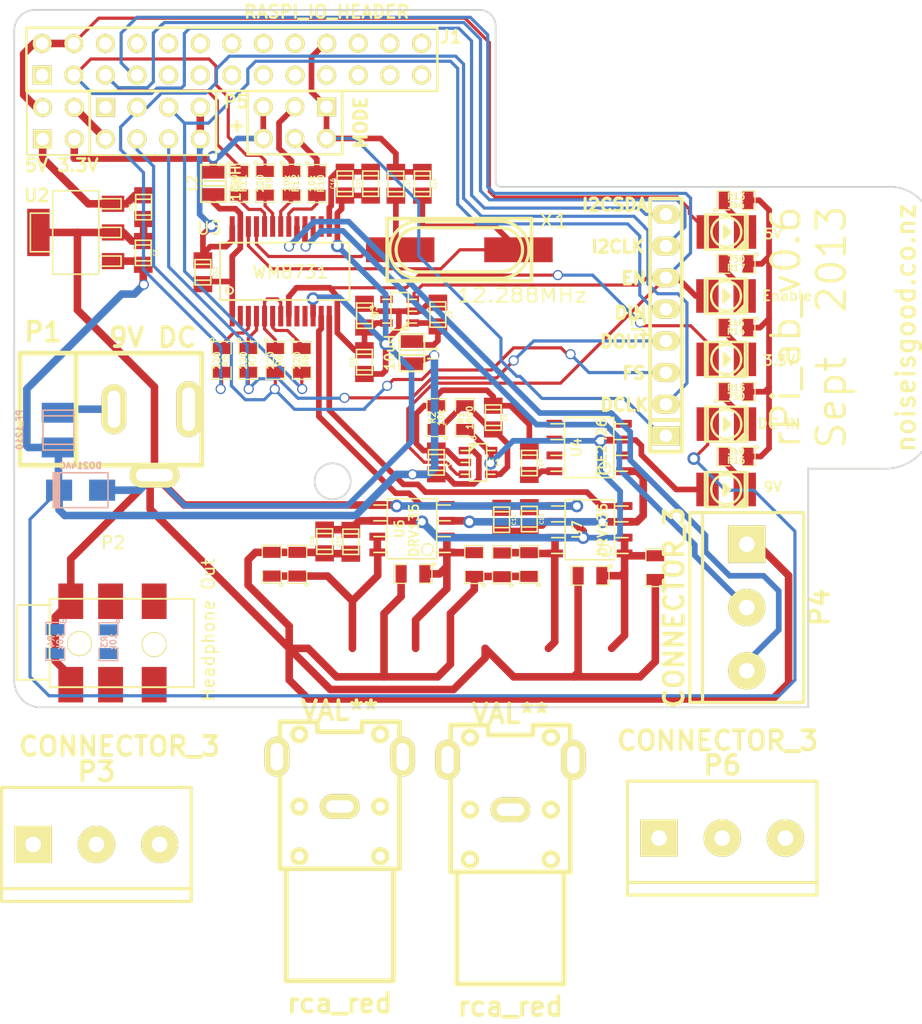
<source format=kicad_pcb>
(kicad_pcb (version 3) (host pcbnew "(2013-08-20 BZR 4294)-product")
  (title_block (date "15 nov 2012") (rev 0.4) (comment 1 "FR4 Fiberglass PCB 1.6mm (0.063\") thickness"))
  (layers (15 F.Cu signal) (0 B.Cu signal) (18 B.Paste user) (19 F.Paste user hide) (20 B.SilkS user hide) (21 F.SilkS user) (22 B.Mask user hide) (23 F.Mask user hide) (28 Edge.Cuts user hide))
  (net 0 "")
  (net 1 +3.3VDC)
  (net 2 +9VDC)
  (net 3 AGND)
  (net 4 CLKOUT)
  (net 5 "DC IN")
  (net 6 DGND)
  (net 7 DVDD)
  (net 8 GNDPWR)
  (net 9 GPIO15)
  (net 10 GPIO4)
  (net 11 I2C_CLK)
  (net 12 I2C_SDA)
  (net 13 LHPOUT)
  (net 14 LOUT)
  (net 15 N-000001)
  (net 16 N-0000010)
  (net 17 N-0000011)
  (net 18 N-0000013)
  (net 19 N-0000014)
  (net 20 N-0000016)
  (net 21 N-0000019)
  (net 22 N-000002)
  (net 23 N-0000020)
  (net 24 N-0000023)
  (net 25 N-0000024)
  (net 26 N-0000026)
  (net 27 N-0000028)
  (net 28 N-0000029)
  (net 29 N-0000030)
  (net 30 N-0000031)
  (net 31 N-0000032)
  (net 32 N-0000034)
  (net 33 N-0000035)
  (net 34 N-0000036)
  (net 35 N-0000039)
  (net 36 N-0000046)
  (net 37 N-0000047)
  (net 38 N-0000048)
  (net 39 N-0000049)
  (net 40 N-000005)
  (net 41 N-0000050)
  (net 42 N-0000051)
  (net 43 N-0000052)
  (net 44 N-0000053)
  (net 45 N-0000054)
  (net 46 N-0000055)
  (net 47 N-0000056)
  (net 48 N-0000061)
  (net 49 N-0000062)
  (net 50 N-0000063)
  (net 51 N-0000064)
  (net 52 N-0000065)
  (net 53 N-0000066)
  (net 54 N-0000067)
  (net 55 N-0000068)
  (net 56 N-0000069)
  (net 57 N-000007)
  (net 58 N-0000070)
  (net 59 N-0000071)
  (net 60 N-0000072)
  (net 61 N-0000073)
  (net 62 N-0000074)
  (net 63 N-0000075)
  (net 64 N-0000076)
  (net 65 N-0000077)
  (net 66 N-0000078)
  (net 67 N-0000079)
  (net 68 N-000008)
  (net 69 N-000009)
  (net 70 PCM_CLK)
  (net 71 PCM_DIN)
  (net 72 PCM_DOUT)
  (net 73 PCM_FS)
  (net 74 RHPOUT)
  (net 75 ROUT)
  (net 76 VREF)
  (module Multicomp_3.5mm (layer F.Cu) (at 166.575 161.925)
    (fp_text reference P2 (at 5.2 -8.1) (layer F.SilkS))
    (fp_text value "Headphone Out" (at 12.8524 -1.0922 90) (layer F.SilkS))
    (pad 1 smd rect (at 1.8 -3.4) (size 2 2.85) (layers F.Cu F.Paste F.Mask) (net 3 AGND))
    (pad 3 smd rect (at 8.5 -3.4) (size 2 2.85) (layers F.Cu F.Paste F.Mask) (net 38 N-0000048))
    (pad 2 smd rect (at 5 -3.4) (size 2 2.85) (layers F.Cu F.Paste F.Mask) (net 39 N-0000049))
    (pad 2 smd rect (at 5 3.3) (size 2 2.85) (layers F.Cu F.Paste F.Mask) (net 39 N-0000049))
    (pad 3 smd rect (at 8.5 3.3) (size 2 2.85) (layers F.Cu F.Paste F.Mask) (net 38 N-0000048))
    (pad 1 smd rect (at 1.8 3.3) (size 2 2.85) (layers F.Cu F.Paste F.Mask) (net 3 AGND))
    (pad 1 thru_hole circle (at 2.5 0) (size 2 2) (drill 1.8) (layers *.Cu *.Mask F.SilkS) (net 3 AGND))
    (pad 2 thru_hole circle (at 8.5 0.075) (size 2 2) (drill 1.8) (layers *.Cu *.Mask F.SilkS) (net 39 N-0000049))
  )
  (module PIN_ARRAY_2X2 (layer F.Cu) (at 167.386 120.142)
    (fp_text reference "" (at -0.381 -3.429) (layer F.SilkS) (effects (font (size 1.016 1.016) (thickness 0.2032))))
    (fp_text value "5V 3.3V" (at 0.254 3.3782) (layer F.SilkS) (effects (font (size 1.016 1.016) (thickness 0.2032))))
    (pad 1 thru_hole rect (at -1.27 1.27) (size 1.524 1.524) (drill 1.016) (layers *.Cu *.Mask F.SilkS))
    (pad 2 thru_hole circle (at -1.27 -1.27) (size 1.524 1.524) (drill 1.016) (layers *.Cu *.Mask F.SilkS))
    (pad 3 thru_hole circle (at 1.27 1.27) (size 1.524 1.524) (drill 1.016) (layers *.Cu *.Mask F.SilkS))
    (pad 4 thru_hole circle (at 1.27 -1.27) (size 1.524 1.524) (drill 1.016) (layers *.Cu *.Mask F.SilkS))
  )
  (module pin_array_4x2reversed (layer F.Cu) (at 176.2252 120.1166)
    (fp_text reference "" (at 6.1468 -1.8669) (layer F.SilkS) (effects (font (size 1.016 1.016) (thickness 0.2032))))
    (fp_text value "" (at -8.40994 0.55372) (layer F.SilkS) (effects (font (size 1.016 1.016) (thickness 0.2032))))
    (pad 1 thru_hole rect (at -5.06222 -1.25476) (size 1.524 1.524) (drill 1.016) (layers *.Cu *.Mask F.SilkS) (net 37 N-0000047))
    (pad 2 thru_hole circle (at -5.06222 1.28524) (size 1.524 1.524) (drill 1.016) (layers *.Cu *.Mask F.SilkS) (net 7 DVDD))
    (pad 3 thru_hole circle (at -2.52222 -1.25476) (size 1.524 1.524) (drill 1.016) (layers *.Cu *.Mask F.SilkS) (net 70 PCM_CLK))
    (pad 4 thru_hole circle (at -2.52222 1.28524) (size 1.524 1.524) (drill 1.016) (layers *.Cu *.Mask F.SilkS) (net 73 PCM_FS))
    (pad 5 thru_hole circle (at 0.01778 -1.25476) (size 1.524 1.524) (drill 1.016) (layers *.Cu *.Mask F.SilkS) (net 71 PCM_DIN))
    (pad 6 thru_hole circle (at 0.01778 1.28524) (size 1.524 1.524) (drill 1.016) (layers *.Cu *.Mask F.SilkS) (net 72 PCM_DOUT))
    (pad 7 thru_hole circle (at 2.55778 -1.25476) (size 1.524 1.524) (drill 1.016) (layers *.Cu *.Mask F.SilkS) (net 6 DGND))
    (pad 8 thru_hole circle (at 2.55778 1.28524) (size 1.524 1.524) (drill 1.016) (layers *.Cu *.Mask F.SilkS) (net 6 DGND))
  )
  (module ssop-28 (layer F.Cu) (at 185.5724 132.0292)
    (fp_text reference U5 (at -6.0706 -3.4544) (layer F.SilkS) (effects (font (size 1.00076 1.00076) (thickness 0.14986))))
    (fp_text value WM8731 (at 0.45212 0.07112) (layer F.SilkS) (effects (font (size 1.00076 1.00076) (thickness 0.14986))))
    (pad 7 smd rect (at -0.32512 3.59918) (size 0.4064 1.651) (layers F.Cu F.Paste F.Mask) (net 48 N-0000061))
    (pad 8 smd rect (at 0.32512 3.59918) (size 0.4064 1.651) (layers F.Cu F.Paste F.Mask) (net 1 +3.3VDC))
    (pad 9 smd rect (at 0.97536 3.59918) (size 0.4064 1.651) (layers F.Cu F.Paste F.Mask) (net 13 LHPOUT))
    (pad 10 smd rect (at 1.6256 3.59918) (size 0.4064 1.651) (layers F.Cu F.Paste F.Mask) (net 74 RHPOUT))
    (pad 25 smd rect (at -2.27584 -3.59918) (size 0.4064 1.651) (layers F.Cu F.Paste F.Mask) (net 43 N-0000052))
    (pad 4 smd rect (at -2.27584 3.59918) (size 0.4064 1.651) (layers F.Cu F.Paste F.Mask) (net 17 N-0000011))
    (pad 5 smd rect (at -1.6256 3.59918) (size 0.4064 1.651) (layers F.Cu F.Paste F.Mask) (net 48 N-0000061))
    (pad 6 smd rect (at -0.97536 3.59918) (size 0.4064 1.651) (layers F.Cu F.Paste F.Mask) (net 16 N-0000010))
    (pad 18 smd rect (at 2.27584 -3.59918) (size 0.4064 1.651) (layers F.Cu F.Paste F.Mask) (net 35 N-0000039))
    (pad 19 smd rect (at 1.6256 -3.59918) (size 0.4064 1.651) (layers F.Cu F.Paste F.Mask) (net 31 N-0000032))
    (pad 20 smd rect (at 0.97536 -3.59918) (size 0.4064 1.651) (layers F.Cu F.Paste F.Mask) (net 23 N-0000020))
    (pad 21 smd rect (at 0.32512 -3.59918) (size 0.4064 1.651) (layers F.Cu F.Paste F.Mask) (net 21 N-0000019))
    (pad 22 smd rect (at -0.32512 -3.59918) (size 0.4064 1.651) (layers F.Cu F.Paste F.Mask) (net 40 N-000005))
    (pad 23 smd rect (at -0.97536 -3.59918) (size 0.4064 1.651) (layers F.Cu F.Paste F.Mask) (net 20 N-0000016))
    (pad 11 smd rect (at 2.27584 3.59918) (size 0.4064 1.651) (layers F.Cu F.Paste F.Mask) (net 3 AGND))
    (pad 24 smd rect (at -1.6256 -3.59918) (size 0.4064 1.651) (layers F.Cu F.Paste F.Mask) (net 45 N-0000054))
    (pad 26 smd rect (at -2.92608 -3.59918) (size 0.4064 1.651) (layers F.Cu F.Paste F.Mask) (net 42 N-0000051))
    (pad 27 smd rect (at -3.57378 -3.59918) (size 0.4064 1.651) (layers F.Cu F.Paste F.Mask) (net 69 N-000009))
    (pad 28 smd rect (at -4.22402 -3.59918) (size 0.4064 1.651) (layers F.Cu F.Paste F.Mask) (net 6 DGND))
    (pad 1 smd rect (at -4.22402 3.59918) (size 0.4064 1.651) (layers F.Cu F.Paste F.Mask) (net 69 N-000009))
    (pad 2 smd rect (at -3.57378 3.59918) (size 0.4064 1.651) (layers F.Cu F.Paste F.Mask) (net 4 CLKOUT))
    (pad 3 smd rect (at -2.92608 3.59918) (size 0.4064 1.651) (layers F.Cu F.Paste F.Mask) (net 68 N-000008))
    (pad 12 smd rect (at 2.92608 3.59918) (size 0.4064 1.651) (layers F.Cu F.Paste F.Mask) (net 14 LOUT))
    (pad 13 smd rect (at 3.57378 3.59918) (size 0.4064 1.651) (layers F.Cu F.Paste F.Mask) (net 75 ROUT))
    (pad 14 smd rect (at 4.22402 3.59918) (size 0.4064 1.651) (layers F.Cu F.Paste F.Mask) (net 47 N-0000056))
    (pad 15 smd rect (at 4.22402 -3.59918) (size 0.4064 1.651) (layers F.Cu F.Paste F.Mask) (net 3 AGND))
    (pad 16 smd rect (at 3.57378 -3.59918) (size 0.4064 1.651) (layers F.Cu F.Paste F.Mask) (net 41 N-0000050))
    (pad 17 smd rect (at 2.92608 -3.59918) (size 0.4064 1.651) (layers F.Cu F.Paste F.Mask) (net 46 N-0000055))
  )
  (module pin_array_13x2 (layer F.Cu) (at 181.31908 115.00202)
    (fp_text reference J1 (at 17.60356 -1.80438) (layer F.SilkS) (effects (font (size 1.016 1.016) (thickness 0.2032))))
    (fp_text value RASPI_IO_HEADER (at 7.62 -3.81) (layer F.SilkS) (effects (font (size 1.016 1.016) (thickness 0.2032))))
    (pad 1 thru_hole rect (at -15.24 1.27) (size 1.524 1.524) (drill 1.016) (layers *.Cu *.Mask F.SilkS) (net 50 N-0000063))
    (pad 2 thru_hole circle (at -15.24 -1.27) (size 1.524 1.524) (drill 1.016) (layers *.Cu *.Mask F.SilkS) (net 33 N-0000035))
    (pad 3 thru_hole circle (at -12.7 1.27) (size 1.524 1.524) (drill 1.016) (layers *.Cu *.Mask F.SilkS) (net 12 I2C_SDA))
    (pad 4 thru_hole circle (at -12.7 -1.27) (size 1.524 1.524) (drill 1.016) (layers *.Cu *.Mask F.SilkS) (net 33 N-0000035))
    (pad 5 thru_hole circle (at -10.16 1.27) (size 1.524 1.524) (drill 1.016) (layers *.Cu *.Mask F.SilkS) (net 11 I2C_CLK))
    (pad 6 thru_hole circle (at -10.16 -1.27) (size 1.524 1.524) (drill 1.016) (layers *.Cu *.Mask F.SilkS) (net 6 DGND))
    (pad 7 thru_hole circle (at -7.62 1.27) (size 1.524 1.524) (drill 1.016) (layers *.Cu *.Mask F.SilkS) (net 10 GPIO4))
    (pad 8 thru_hole circle (at -7.62 -1.27) (size 1.524 1.524) (drill 1.016) (layers *.Cu *.Mask F.SilkS) (net 58 N-0000070))
    (pad 9 thru_hole circle (at -5.08 1.27) (size 1.524 1.524) (drill 1.016) (layers *.Cu *.Mask F.SilkS) (net 6 DGND))
    (pad 10 thru_hole circle (at -5.08 -1.27) (size 1.524 1.524) (drill 1.016) (layers *.Cu *.Mask F.SilkS) (net 9 GPIO15))
    (pad 11 thru_hole circle (at -2.54 1.27) (size 1.524 1.524) (drill 1.016) (layers *.Cu *.Mask F.SilkS) (net 59 N-0000071))
    (pad 12 thru_hole circle (at -2.54 -1.27) (size 1.524 1.524) (drill 1.016) (layers *.Cu *.Mask F.SilkS) (net 56 N-0000069))
    (pad 13 thru_hole circle (at 0 1.27) (size 1.524 1.524) (drill 1.016) (layers *.Cu *.Mask F.SilkS) (net 62 N-0000074))
    (pad 14 thru_hole circle (at 0 -1.27) (size 1.524 1.524) (drill 1.016) (layers *.Cu *.Mask F.SilkS) (net 6 DGND))
    (pad 15 thru_hole circle (at 2.54 1.27) (size 1.524 1.524) (drill 1.016) (layers *.Cu *.Mask F.SilkS) (net 65 N-0000077))
    (pad 16 thru_hole circle (at 2.54 -1.27) (size 1.524 1.524) (drill 1.016) (layers *.Cu *.Mask F.SilkS) (net 66 N-0000078))
    (pad 17 thru_hole circle (at 5.08 1.27) (size 1.524 1.524) (drill 1.016) (layers *.Cu *.Mask F.SilkS) (net 55 N-0000068))
    (pad 18 thru_hole circle (at 5.08 -1.27) (size 1.524 1.524) (drill 1.016) (layers *.Cu *.Mask F.SilkS) (net 51 N-0000064))
    (pad 19 thru_hole circle (at 7.62 1.27) (size 1.524 1.524) (drill 1.016) (layers *.Cu *.Mask F.SilkS) (net 52 N-0000065))
    (pad 20 thru_hole circle (at 7.62 -1.27) (size 1.524 1.524) (drill 1.016) (layers *.Cu *.Mask F.SilkS) (net 6 DGND))
    (pad 21 thru_hole circle (at 10.16 1.27) (size 1.524 1.524) (drill 1.016) (layers *.Cu *.Mask F.SilkS) (net 60 N-0000072))
    (pad 22 thru_hole circle (at 10.16 -1.27) (size 1.524 1.524) (drill 1.016) (layers *.Cu *.Mask F.SilkS) (net 61 N-0000073))
    (pad 23 thru_hole circle (at 12.7 1.27) (size 1.524 1.524) (drill 1.016) (layers *.Cu *.Mask F.SilkS) (net 63 N-0000075))
    (pad 24 thru_hole circle (at 12.7 -1.27) (size 1.524 1.524) (drill 1.016) (layers *.Cu *.Mask F.SilkS) (net 64 N-0000076))
    (pad 25 thru_hole circle (at 15.24 1.27) (size 1.524 1.524) (drill 1.016) (layers *.Cu *.Mask F.SilkS) (net 6 DGND))
    (pad 26 thru_hole circle (at 15.24 -1.27) (size 1.524 1.524) (drill 1.016) (layers *.Cu *.Mask F.SilkS) (net 67 N-0000079))
  )
  (module sot23-5 (layer F.Cu) (at 201.1 147.375 270)
    (fp_text reference U1 (at 0.01016 -1.30556 360) (layer F.SilkS) (effects (font (size 0.50038 0.50038) (thickness 0.09906))))
    (fp_text value MIC5207BM5 hide)
    (pad 1 smd rect (at -0.9525 1.05664 270) (size 0.59944 1.00076) (layers F.Cu F.Paste F.Mask) (net 5 "DC IN"))
    (pad 3 smd rect (at 0.9525 1.05664 270) (size 0.59944 1.00076) (layers F.Cu F.Paste F.Mask) (net 10 GPIO4))
    (pad 2 smd rect (at 0 1.05664 270) (size 0.59944 1.00076) (layers F.Cu F.Paste F.Mask) (net 8 GNDPWR))
    (pad 4 smd rect (at 0.9525 -1.05664 270) (size 0.59944 1.00076) (layers F.Cu F.Paste F.Mask) (net 22 N-000002))
    (pad 5 smd rect (at -0.9525 -1.05664 270) (size 0.59944 1.00076) (layers F.Cu F.Paste F.Mask) (net 2 +9VDC))
  )
  (module crystal_hc-49/smd (layer F.Cu) (at 199.6 130.3 180)
    (fp_text reference X1 (at -7.6 2.325 360) (layer F.SilkS) (effects (font (size 1.143 1.27) (thickness 0.1524))))
    (fp_text value 12.288MHz (at -5.025 -3.65 360) (layer F.SilkS) (effects (font (size 1.143 1.27) (thickness 0.1524))))
    (pad 1 smd rect (at -4.7498 0 180) (size 5.4991 1.99898) (layers F.Cu F.Paste F.Mask) (net 42 N-0000051))
    (pad 2 smd rect (at 4.7498 0 180) (size 5.4991 1.99898) (layers F.Cu F.Paste F.Mask) (net 43 N-0000052))
  )
  (module SM0805 (layer F.Cu) (at 203.025 155.6 90)
    (fp_text reference "" (at 0 -0.3175 90) (layer F.SilkS) (effects (font (size 0.50038 0.50038) (thickness 0.10922))))
    (fp_text value "" (at 0 0.381 90) (layer F.SilkS) (effects (font (size 0.50038 0.50038) (thickness 0.10922))))
    (pad 1 smd rect (at -0.9525 0 90) (size 0.889 1.397) (layers F.Cu F.Paste F.Mask))
    (pad 2 smd rect (at 0.9525 0 90) (size 0.889 1.397) (layers F.Cu F.Paste F.Mask))
  )
  (module SM0805 (layer F.Cu) (at 205.2 155.575 90)
    (fp_text reference "" (at 0 -0.3175 90) (layer F.SilkS) (effects (font (size 0.50038 0.50038) (thickness 0.10922))))
    (fp_text value "" (at 0 0.381 90) (layer F.SilkS) (effects (font (size 0.50038 0.50038) (thickness 0.10922))))
    (pad 1 smd rect (at -0.9525 0 90) (size 0.889 1.397) (layers F.Cu F.Paste F.Mask))
    (pad 2 smd rect (at 0.9525 0 90) (size 0.889 1.397) (layers F.Cu F.Paste F.Mask))
  )
  (module SM0805 (layer F.Cu) (at 215.35 155.825 90)
    (fp_text reference "" (at 0 -0.3175 90) (layer F.SilkS) (effects (font (size 0.50038 0.50038) (thickness 0.10922))))
    (fp_text value "" (at 0 0.381 90) (layer F.SilkS) (effects (font (size 0.50038 0.50038) (thickness 0.10922))))
    (pad 1 smd rect (at -0.9525 0 90) (size 0.889 1.397) (layers F.Cu F.Paste F.Mask))
    (pad 2 smd rect (at 0.9525 0 90) (size 0.889 1.397) (layers F.Cu F.Paste F.Mask))
  )
  (module SM0805 (layer F.Cu) (at 210.1 156.475 180)
    (fp_text reference "" (at 0 -0.3175 180) (layer F.SilkS) (effects (font (size 0.50038 0.50038) (thickness 0.10922))))
    (fp_text value "" (at 0 0.381 180) (layer F.SilkS) (effects (font (size 0.50038 0.50038) (thickness 0.10922))))
    (pad 1 smd rect (at -0.9525 0 180) (size 0.889 1.397) (layers F.Cu F.Paste F.Mask))
    (pad 2 smd rect (at 0.9525 0 180) (size 0.889 1.397) (layers F.Cu F.Paste F.Mask))
  )
  (module SM0805 (layer F.Cu) (at 200.8 155.575 90)
    (fp_text reference "" (at 0 -0.3175 90) (layer F.SilkS) (effects (font (size 0.50038 0.50038) (thickness 0.10922))))
    (fp_text value "" (at 0 0.381 90) (layer F.SilkS) (effects (font (size 0.50038 0.50038) (thickness 0.10922))))
    (pad 1 smd rect (at -0.9525 0 90) (size 0.889 1.397) (layers F.Cu F.Paste F.Mask))
    (pad 2 smd rect (at 0.9525 0 90) (size 0.889 1.397) (layers F.Cu F.Paste F.Mask))
  )
  (module SM0805 (layer F.Cu) (at 195.875 156.325 180)
    (fp_text reference "" (at 0 -0.3175 180) (layer F.SilkS) (effects (font (size 0.50038 0.50038) (thickness 0.10922))))
    (fp_text value "" (at 0 0.381 180) (layer F.SilkS) (effects (font (size 0.50038 0.50038) (thickness 0.10922))))
    (pad 1 smd rect (at -0.9525 0 180) (size 0.889 1.397) (layers F.Cu F.Paste F.Mask))
    (pad 2 smd rect (at 0.9525 0 180) (size 0.889 1.397) (layers F.Cu F.Paste F.Mask))
  )
  (module SM0805 (layer F.Cu) (at 186.575 155.55 90)
    (fp_text reference "" (at 0 -0.3175 90) (layer F.SilkS) (effects (font (size 0.50038 0.50038) (thickness 0.10922))))
    (fp_text value "" (at 0 0.381 90) (layer F.SilkS) (effects (font (size 0.50038 0.50038) (thickness 0.10922))))
    (pad 1 smd rect (at -0.9525 0 90) (size 0.889 1.397) (layers F.Cu F.Paste F.Mask))
    (pad 2 smd rect (at 0.9525 0 90) (size 0.889 1.397) (layers F.Cu F.Paste F.Mask))
  )
  (module SM0805 (layer F.Cu) (at 184.525 155.55 90)
    (fp_text reference "" (at 0 -0.3175 90) (layer F.SilkS) (effects (font (size 0.50038 0.50038) (thickness 0.10922))))
    (fp_text value "" (at 0 0.381 90) (layer F.SilkS) (effects (font (size 0.50038 0.50038) (thickness 0.10922))))
    (pad 1 smd rect (at -0.9525 0 90) (size 0.889 1.397) (layers F.Cu F.Paste F.Mask))
    (pad 2 smd rect (at 0.9525 0 90) (size 0.889 1.397) (layers F.Cu F.Paste F.Mask))
  )
  (module sot223 (layer F.Cu) (at 168.7744 128.9078 90)
    (fp_text reference U2 (at 2.9718 -3.1369 180) (layer F.SilkS) (effects (font (size 1.00076 1.00076) (thickness 0.20066))))
    (fp_text value MIC39100-5.0 hide)
    (pad 1 smd rect (at -2.30124 2.99974 90) (size 1.30048 1.80086) (layers F.Cu F.Paste F.Mask) (net 5 "DC IN"))
    (pad 2 smd rect (at 0 2.99974 90) (size 1.30048 1.80086) (layers F.Cu F.Paste F.Mask) (net 8 GNDPWR))
    (pad 3 smd rect (at 2.30124 2.99974 90) (size 1.30048 1.80086) (layers F.Cu F.Paste F.Mask) (net 34 N-0000036))
    (pad 4 smd rect (at 0 -2.99974 90) (size 3.79984 1.80086) (layers F.Cu F.Paste F.Mask))
  )
  (module do214ac (layer B.Cu) (at 169.164 149.606 180)
    (fp_text reference DO214AC (at 0 1.9685 180) (layer B.SilkS) (effects (font (size 0.50038 0.50038) (thickness 0.11938)) (justify mirror)))
    (fp_text value D*** hide)
    (pad 2 smd rect (at 1.72974 0 180) (size 2.10058 1.69926) (layers B.Cu B.Paste B.Mask))
    (pad 1 smd rect (at -1.72974 0 180) (size 2.10058 1.69926) (layers B.Cu B.Paste B.Mask))
  )
  (module r_1210 (layer B.Cu) (at 167.386 144.78 90)
    (fp_text reference PF_1210 (at 0.0254 -3.1242 90) (layer B.SilkS) (effects (font (size 0.50038 0.50038) (thickness 0.11938)) (justify mirror)))
    (fp_text value Polyfuse hide)
    (pad 1 smd rect (at 1.397 0 90) (size 1.6002 2.6924) (layers B.Cu B.Paste B.Mask))
    (pad 2 smd rect (at -1.397 0 90) (size 1.6002 2.6924) (layers B.Cu B.Paste B.Mask))
  )
  (module Led_PLCC2_3528 (layer F.Cu) (at 221.06 128.87)
    (fp_text reference 5V (at 3.73 0.162) (layer F.SilkS) (effects (font (size 0.8001 0.8001) (thickness 0.14986))))
    (fp_text value "" (at 5.25 -5.01) (layer F.SilkS) (effects (font (size 0.8001 0.8001) (thickness 0.14986))))
    (pad 1 smd rect (at -1.4986 0) (size 1.79578 2.69748) (layers F.Cu F.Paste F.Mask) (net 24 N-0000023))
    (pad 2 smd rect (at 1.4986 0) (size 1.79578 2.69748) (layers F.Cu F.Paste F.Mask) (net 25 N-0000024))
  )
  (module Led_PLCC2_3528 (layer F.Cu) (at 221.04 149.55)
    (fp_text reference 9V (at 3.75 -0.198) (layer F.SilkS) (effects (font (size 0.8001 0.8001) (thickness 0.14986))))
    (fp_text value "" (at 0.5588 0.6223) (layer F.SilkS) (effects (font (size 0.8001 0.8001) (thickness 0.14986))))
    (pad 1 smd rect (at -1.4986 0) (size 1.79578 2.69748) (layers F.Cu F.Paste F.Mask) (net 26 N-0000026))
    (pad 2 smd rect (at 1.4986 0) (size 1.79578 2.69748) (layers F.Cu F.Paste F.Mask) (net 8 GNDPWR))
  )
  (module Led_PLCC2_3528 (layer F.Cu) (at 221.05 139.1)
    (fp_text reference 3.3V (at 4.248 0.092) (layer F.SilkS) (effects (font (size 0.8001 0.8001) (thickness 0.14986))))
    (fp_text value "" (at 0 2.19964) (layer F.SilkS) (effects (font (size 0.8001 0.8001) (thickness 0.14986))))
    (pad 1 smd rect (at -1.4986 0) (size 1.79578 2.69748) (layers F.Cu F.Paste F.Mask) (net 34 N-0000036))
    (pad 2 smd rect (at 1.4986 0) (size 1.79578 2.69748) (layers F.Cu F.Paste F.Mask) (net 29 N-0000030))
  )
  (module Led_PLCC2_3528 (layer F.Cu) (at 221.06 144.3)
    (fp_text reference "DC IN" (at 4.238 -0.028) (layer F.SilkS) (effects (font (size 0.8001 0.8001) (thickness 0.14986))))
    (fp_text value "" (at 0 2.19964) (layer F.SilkS) (effects (font (size 0.8001 0.8001) (thickness 0.14986))))
    (pad 1 smd rect (at -1.4986 0) (size 1.79578 2.69748) (layers F.Cu F.Paste F.Mask) (net 1 +3.3VDC))
    (pad 2 smd rect (at 1.4986 0) (size 1.79578 2.69748) (layers F.Cu F.Paste F.Mask) (net 28 N-0000029))
  )
  (module Led_PLCC2_3528 (layer F.Cu) (at 221.03 134.01)
    (fp_text reference Enable (at 4.89 -0.01) (layer F.SilkS) (effects (font (size 0.8001 0.8001) (thickness 0.14986))))
    (fp_text value "" (at 0 2.19964) (layer F.SilkS) (effects (font (size 0.8001 0.8001) (thickness 0.14986))))
    (pad 1 smd rect (at -1.4986 0) (size 1.79578 2.69748) (layers F.Cu F.Paste F.Mask) (net 10 GPIO4))
    (pad 2 smd rect (at 1.4986 0) (size 1.79578 2.69748) (layers F.Cu F.Paste F.Mask) (net 27 N-0000028))
  )
  (module dc_socket (layer F.Cu) (at 171.6 143.1 270)
    (fp_text reference P1 (at -6.19 5.45 360) (layer F.SilkS) (effects (font (thickness 0.3048))))
    (fp_text value "9V DC" (at -5.75 -3.36 360) (layer F.SilkS) (effects (font (thickness 0.3048))))
    (pad 1 thru_hole oval (at 5.30098 -3.50012 270) (size 1.99898 4.0005) (drill oval 1.00076 2.99974) (layers *.Cu *.Mask F.SilkS) (net 8 GNDPWR))
    (pad 2 thru_hole oval (at 0 -0.24892 270) (size 4.0005 1.99898) (drill oval 2.99974 1.00076) (layers *.Cu *.Mask F.SilkS) (net 32 N-0000034))
    (pad 3 thru_hole oval (at 0 -6.25094 270) (size 4.50088 1.99898) (drill oval 3.50012 1.00076) (layers *.Cu *.Mask F.SilkS))
  )
  (module mors_3p (layer F.Cu) (at 170.434 178.054)
    (fp_text reference P3 (at 0 -5.842) (layer F.SilkS) (effects (font (thickness 0.3048))))
    (fp_text value CONNECTOR_3 (at 1.85 -7.875) (layer F.SilkS) (effects (font (thickness 0.3048))))
    (pad 1 thru_hole rect (at -5.08 0) (size 2.99974 2.99974) (drill 1.24968) (layers *.Cu *.Mask F.SilkS) (net 3 AGND))
    (pad 2 thru_hole circle (at 0 0) (size 2.99974 2.99974) (drill 1.24968) (layers *.Cu *.Mask F.SilkS) (net 36 N-0000046))
    (pad 3 thru_hole circle (at 5.08 0) (size 2.99974 2.99974) (drill 1.24968) (layers *.Cu *.Mask F.SilkS) (net 44 N-0000053))
  )
  (module mors_3p (layer F.Cu) (at 222.7 159.025 270)
    (fp_text reference P4 (at 0 -5.842 270) (layer F.SilkS) (effects (font (thickness 0.3048))))
    (fp_text value CONNECTOR_3 (at 0 5.842 270) (layer F.SilkS) (effects (font (thickness 0.3048))))
    (pad 1 thru_hole rect (at -5.08 0 270) (size 2.99974 2.99974) (drill 1.24968) (layers *.Cu *.Mask F.SilkS) (net 3 AGND))
    (pad 2 thru_hole circle (at 0 0 270) (size 2.99974 2.99974) (drill 1.24968) (layers *.Cu *.Mask F.SilkS) (net 31 N-0000032))
    (pad 3 thru_hole circle (at 5.08 0 270) (size 2.99974 2.99974) (drill 1.24968) (layers *.Cu *.Mask F.SilkS) (net 23 N-0000020))
  )
  (module mors_3p (layer F.Cu) (at 220.726 177.546)
    (fp_text reference P6 (at 0 -5.842) (layer F.SilkS) (effects (font (thickness 0.3048))))
    (fp_text value CONNECTOR_3 (at -0.375 -7.825) (layer F.SilkS) (effects (font (thickness 0.3048))))
    (pad 1 thru_hole rect (at -5.08 0) (size 2.99974 2.99974) (drill 1.24968) (layers *.Cu *.Mask F.SilkS) (net 3 AGND))
    (pad 2 thru_hole circle (at 0 0) (size 2.99974 2.99974) (drill 1.24968) (layers *.Cu *.Mask F.SilkS) (net 54 N-0000067))
    (pad 3 thru_hole circle (at 5.08 0) (size 2.99974 2.99974) (drill 1.24968) (layers *.Cu *.Mask F.SilkS) (net 53 N-0000066))
  )
  (module c_0805 (layer F.Cu) (at 197.75 147.375 270)
    (fp_text reference C1 (at 0 -0.9906 270) (layer F.SilkS) (effects (font (size 0.29972 0.29972) (thickness 0.06096))))
    (fp_text value 1.0uF hide)
    (pad 1 smd rect (at 0.9525 0 270) (size 1.30048 1.4986) (layers F.Cu F.Paste F.Mask) (net 5 "DC IN"))
    (pad 2 smd rect (at -0.9525 0 270) (size 1.30048 1.4986) (layers F.Cu F.Paste F.Mask) (net 8 GNDPWR))
  )
  (module c_0805 (layer F.Cu) (at 197.875 135.5 270)
    (fp_text reference C2 (at 0 -0.9906 270) (layer F.SilkS) (effects (font (size 0.29972 0.29972) (thickness 0.06096))))
    (fp_text value 1.0uF hide)
    (pad 1 smd rect (at 0.9525 0 270) (size 1.30048 1.4986) (layers F.Cu F.Paste F.Mask) (net 5 "DC IN"))
    (pad 2 smd rect (at -0.9525 0 270) (size 1.30048 1.4986) (layers F.Cu F.Paste F.Mask) (net 8 GNDPWR))
  )
  (module c_0805 (layer F.Cu) (at 174.2 130.55 270)
    (fp_text reference C3 (at 0 -0.9906 270) (layer F.SilkS) (effects (font (size 0.29972 0.29972) (thickness 0.06096))))
    (fp_text value 1.0uF hide)
    (pad 1 smd rect (at 0.9525 0 270) (size 1.30048 1.4986) (layers F.Cu F.Paste F.Mask) (net 5 "DC IN"))
    (pad 2 smd rect (at -0.9525 0 270) (size 1.30048 1.4986) (layers F.Cu F.Paste F.Mask) (net 8 GNDPWR))
  )
  (module c_0805 (layer F.Cu) (at 202.325 143.775 270)
    (fp_text reference C4 (at 0 -0.9906 270) (layer F.SilkS) (effects (font (size 0.29972 0.29972) (thickness 0.06096))))
    (fp_text value 470pF hide)
    (pad 1 smd rect (at 0.9525 0 270) (size 1.30048 1.4986) (layers F.Cu F.Paste F.Mask) (net 22 N-000002))
    (pad 2 smd rect (at -0.9525 0 270) (size 1.30048 1.4986) (layers F.Cu F.Paste F.Mask) (net 8 GNDPWR))
  )
  (module c_0805 (layer F.Cu) (at 174.225 126.875 90)
    (fp_text reference C5 (at 0 -0.9906 90) (layer F.SilkS) (effects (font (size 0.29972 0.29972) (thickness 0.06096))))
    (fp_text value 10uF hide)
    (pad 1 smd rect (at 0.9525 0 90) (size 1.30048 1.4986) (layers F.Cu F.Paste F.Mask) (net 34 N-0000036))
    (pad 2 smd rect (at -0.9525 0 90) (size 1.30048 1.4986) (layers F.Cu F.Paste F.Mask) (net 8 GNDPWR))
  )
  (module c_0805 (layer F.Cu) (at 191.98 135.59 270)
    (fp_text reference C6 (at 0 -0.9906 270) (layer F.SilkS) (effects (font (size 0.29972 0.29972) (thickness 0.06096))))
    (fp_text value 2.2uF hide)
    (pad 1 smd rect (at 0.9525 0 270) (size 1.30048 1.4986) (layers F.Cu F.Paste F.Mask) (net 1 +3.3VDC))
    (pad 2 smd rect (at -0.9525 0 270) (size 1.30048 1.4986) (layers F.Cu F.Paste F.Mask) (net 8 GNDPWR))
  )
  (module c_0805 (layer F.Cu) (at 205.225 147.425 270)
    (fp_text reference C7 (at 0 -0.9906 270) (layer F.SilkS) (effects (font (size 0.29972 0.29972) (thickness 0.06096))))
    (fp_text value 1.0uF hide)
    (pad 1 smd rect (at 0.9525 0 270) (size 1.30048 1.4986) (layers F.Cu F.Paste F.Mask) (net 18 N-0000013))
    (pad 2 smd rect (at -0.9525 0 270) (size 1.30048 1.4986) (layers F.Cu F.Paste F.Mask) (net 8 GNDPWR))
  )
  (module c_0805 (layer F.Cu) (at 191.97 139.32 90)
    (fp_text reference C10 (at 0 -0.9906 90) (layer F.SilkS) (effects (font (size 0.29972 0.29972) (thickness 0.06096))))
    (fp_text value 100n hide)
    (pad 1 smd rect (at 0.9525 0 90) (size 1.30048 1.4986) (layers F.Cu F.Paste F.Mask) (net 47 N-0000056))
    (pad 2 smd rect (at -0.9525 0 90) (size 1.30048 1.4986) (layers F.Cu F.Paste F.Mask) (net 3 AGND))
  )
  (module c_0805 (layer F.Cu) (at 203 151.975 270)
    (fp_text reference C11 (at 0 -0.9906 270) (layer F.SilkS) (effects (font (size 0.29972 0.29972) (thickness 0.06096))))
    (fp_text value 100nF hide)
    (pad 1 smd rect (at 0.9525 0 270) (size 1.30048 1.4986) (layers F.Cu F.Paste F.Mask) (net 2 +9VDC))
    (pad 2 smd rect (at -0.9525 0 270) (size 1.30048 1.4986) (layers F.Cu F.Paste F.Mask) (net 3 AGND))
  )
  (module c_0805 (layer F.Cu) (at 205.225 151.925 270)
    (fp_text reference C12 (at 0 -0.9906 270) (layer F.SilkS) (effects (font (size 0.29972 0.29972) (thickness 0.06096))))
    (fp_text value 10uF hide)
    (pad 1 smd rect (at 0.9525 0 270) (size 1.30048 1.4986) (layers F.Cu F.Paste F.Mask) (net 2 +9VDC))
    (pad 2 smd rect (at -0.9525 0 270) (size 1.30048 1.4986) (layers F.Cu F.Paste F.Mask) (net 3 AGND))
  )
  (module c_0805 (layer F.Cu) (at 178.9938 132.1054 270)
    (fp_text reference C13 (at 0 -0.9906 270) (layer F.SilkS) (effects (font (size 0.29972 0.29972) (thickness 0.06096))))
    (fp_text value 100n hide)
    (pad 1 smd rect (at 0.9525 0 270) (size 1.30048 1.4986) (layers F.Cu F.Paste F.Mask) (net 69 N-000009))
    (pad 2 smd rect (at -0.9525 0 270) (size 1.30048 1.4986) (layers F.Cu F.Paste F.Mask) (net 6 DGND))
  )
  (module c_0805 (layer F.Cu) (at 196.625 125 270)
    (fp_text reference C14 (at 0 -0.9906 270) (layer F.SilkS) (effects (font (size 0.29972 0.29972) (thickness 0.06096))))
    (fp_text value 18pF hide)
    (pad 1 smd rect (at 0.9525 0 270) (size 1.30048 1.4986) (layers F.Cu F.Paste F.Mask) (net 42 N-0000051))
    (pad 2 smd rect (at -0.9525 0 270) (size 1.30048 1.4986) (layers F.Cu F.Paste F.Mask) (net 6 DGND))
  )
  (module c_0805 (layer F.Cu) (at 192.47 124.99 90)
    (fp_text reference C15 (at 0 -0.9906 90) (layer F.SilkS) (effects (font (size 0.29972 0.29972) (thickness 0.06096))))
    (fp_text value 10uF hide)
    (pad 1 smd rect (at 0.9525 0 90) (size 1.30048 1.4986) (layers F.Cu F.Paste F.Mask) (net 41 N-0000050))
    (pad 2 smd rect (at -0.9525 0 90) (size 1.30048 1.4986) (layers F.Cu F.Paste F.Mask) (net 3 AGND))
  )
  (module c_0805 (layer F.Cu) (at 190.41 124.99 90)
    (fp_text reference C16 (at 0 -0.9906 90) (layer F.SilkS) (effects (font (size 0.29972 0.29972) (thickness 0.06096))))
    (fp_text value 100n hide)
    (pad 1 smd rect (at 0.9525 0 90) (size 1.30048 1.4986) (layers F.Cu F.Paste F.Mask) (net 41 N-0000050))
    (pad 2 smd rect (at -0.9525 0 90) (size 1.30048 1.4986) (layers F.Cu F.Paste F.Mask) (net 3 AGND))
  )
  (module c_0805 (layer F.Cu) (at 194.5 125 270)
    (fp_text reference C17 (at 0 -0.9906 270) (layer F.SilkS) (effects (font (size 0.29972 0.29972) (thickness 0.06096))))
    (fp_text value 18pF hide)
    (pad 1 smd rect (at 0.9525 0 270) (size 1.30048 1.4986) (layers F.Cu F.Paste F.Mask) (net 43 N-0000052))
    (pad 2 smd rect (at -0.9525 0 270) (size 1.30048 1.4986) (layers F.Cu F.Paste F.Mask) (net 6 DGND))
  )
  (module c_0805 (layer F.Cu) (at 188.775 153.725 90)
    (fp_text reference C18 (at 0 -0.9906 90) (layer F.SilkS) (effects (font (size 0.29972 0.29972) (thickness 0.06096))))
    (fp_text value 100nF hide)
    (pad 1 smd rect (at 0.9525 0 90) (size 1.30048 1.4986) (layers F.Cu F.Paste F.Mask) (net 2 +9VDC))
    (pad 2 smd rect (at -0.9525 0 90) (size 1.30048 1.4986) (layers F.Cu F.Paste F.Mask) (net 3 AGND))
  )
  (module c_0805 (layer F.Cu) (at 190.875 153.75 90)
    (fp_text reference C19 (at 0 -0.9906 90) (layer F.SilkS) (effects (font (size 0.29972 0.29972) (thickness 0.06096))))
    (fp_text value 10uF hide)
    (pad 1 smd rect (at 0.9525 0 90) (size 1.30048 1.4986) (layers F.Cu F.Paste F.Mask) (net 2 +9VDC))
    (pad 2 smd rect (at -0.9525 0 90) (size 1.30048 1.4986) (layers F.Cu F.Paste F.Mask) (net 3 AGND))
  )
  (module pin_socket_8 (layer F.Cu) (at 216.2 136.35 90)
    (fp_text reference J3 (at 0 -2.159 90) (layer F.SilkS) (effects (font (size 1.016 1.016) (thickness 0.2032))))
    (fp_text value "PIN OUT" hide)
    (pad 1 thru_hole rect (at -8.89 0 90) (size 1.524 2.19964) (drill 1.00076) (layers *.Cu *.Mask F.SilkS) (net 6 DGND))
    (pad 2 thru_hole oval (at -6.35 0 90) (size 1.524 2.19964) (drill 1.00076) (layers *.Cu *.Mask F.SilkS) (net 70 PCM_CLK))
    (pad 3 thru_hole oval (at -3.81 0 90) (size 1.524 2.19964) (drill 1.00076) (layers *.Cu *.Mask F.SilkS) (net 71 PCM_DIN))
    (pad 4 thru_hole oval (at -1.27 0 90) (size 1.524 2.19964) (drill 1.00076) (layers *.Cu *.Mask F.SilkS) (net 72 PCM_DOUT))
    (pad 5 thru_hole oval (at 1.27 0 90) (size 1.524 2.19964) (drill 1.00076) (layers *.Cu *.Mask F.SilkS) (net 73 PCM_FS))
    (pad 6 thru_hole oval (at 3.81 0 90) (size 1.524 2.19964) (drill 1.00076) (layers *.Cu *.Mask F.SilkS) (net 10 GPIO4))
    (pad 7 thru_hole oval (at 6.35 0 90) (size 1.524 2.19964) (drill 1.00076) (layers *.Cu *.Mask F.SilkS) (net 11 I2C_CLK))
    (pad 8 thru_hole oval (at 8.89 0 90) (size 1.524 2.19964) (drill 1.00076) (layers *.Cu *.Mask F.SilkS) (net 12 I2C_SDA))
  )
  (module inductor_smd_0805 (layer F.Cu) (at 195.79 138.56 270)
    (fp_text reference L1 (at 0 -1.69926 270) (layer F.SilkS) (effects (font (size 0.7493 0.7493) (thickness 0.14986))))
    (fp_text value 10uH (at 0 1.80086 270) (layer F.SilkS) (effects (font (size 0.7493 0.7493) (thickness 0.14986))))
    (pad 1 smd rect (at -0.889 0 270) (size 1.016 1.778) (layers F.Cu F.Paste F.Mask) (net 1 +3.3VDC))
    (pad 2 smd rect (at 0.889 0 270) (size 1.016 1.778) (layers F.Cu F.Paste F.Mask) (net 47 N-0000056))
  )
  (module inductor_smd_0805 (layer F.Cu) (at 179.832 124.968 90)
    (fp_text reference L2 (at 0 -1.69926 90) (layer F.SilkS) (effects (font (size 0.7493 0.7493) (thickness 0.14986))))
    (fp_text value 10uH (at 0 1.80086 90) (layer F.SilkS) (effects (font (size 0.7493 0.7493) (thickness 0.14986))))
    (pad 1 smd rect (at -0.889 0 90) (size 1.016 1.778) (layers F.Cu F.Paste F.Mask) (net 69 N-000009))
    (pad 2 smd rect (at 0.889 0 90) (size 1.016 1.778) (layers F.Cu F.Paste F.Mask) (net 19 N-0000014))
  )
  (module so-8 (layer F.Cu) (at 210.0326 146.177 90)
    (fp_text reference U4 (at 0 -1.016 90) (layer F.SilkS) (effects (font (size 0.7493 0.7493) (thickness 0.14986))))
    (fp_text value TLE2426 (at 0 1.016 90) (layer F.SilkS) (effects (font (size 0.7493 0.7493) (thickness 0.14986))))
    (pad 1 smd rect (at -1.905 2.794 90) (size 0.635 1.27) (layers F.Cu F.Paste F.Mask) (net 76 VREF))
    (pad 2 smd rect (at -0.635 2.794 90) (size 0.635 1.27) (layers F.Cu F.Paste F.Mask) (net 8 GNDPWR))
    (pad 3 smd rect (at 0.635 2.794 90) (size 0.635 1.27) (layers F.Cu F.Paste F.Mask) (net 2 +9VDC))
    (pad 4 smd rect (at 1.905 2.794 90) (size 0.635 1.27) (layers F.Cu F.Paste F.Mask))
    (pad 5 smd rect (at 1.905 -2.794 90) (size 0.635 1.27) (layers F.Cu F.Paste F.Mask))
    (pad 6 smd rect (at 0.635 -2.794 90) (size 0.635 1.27) (layers F.Cu F.Paste F.Mask))
    (pad 7 smd rect (at -0.635 -2.794 90) (size 0.635 1.27) (layers F.Cu F.Paste F.Mask))
    (pad 8 smd rect (at -1.905 -2.794 90) (size 0.635 1.27) (layers F.Cu F.Paste F.Mask) (net 18 N-0000013))
  )
  (module so-8 (layer F.Cu) (at 195.8 152.7 90)
    (fp_text reference U6 (at 0 -1.016 90) (layer F.SilkS) (effects (font (size 0.7493 0.7493) (thickness 0.14986))))
    (fp_text value DRV135 (at -0.125 0.15 90) (layer F.SilkS) (effects (font (size 0.7493 0.7493) (thickness 0.14986))))
    (pad 1 smd rect (at -1.905 2.794 90) (size 0.635 1.27) (layers F.Cu F.Paste F.Mask) (net 44 N-0000053))
    (pad 2 smd rect (at -0.635 2.794 90) (size 0.635 1.27) (layers F.Cu F.Paste F.Mask) (net 44 N-0000053))
    (pad 3 smd rect (at 0.635 2.794 90) (size 0.635 1.27) (layers F.Cu F.Paste F.Mask) (net 76 VREF))
    (pad 4 smd rect (at 1.905 2.794 90) (size 0.635 1.27) (layers F.Cu F.Paste F.Mask) (net 14 LOUT))
    (pad 5 smd rect (at 1.905 -2.794 90) (size 0.635 1.27) (layers F.Cu F.Paste F.Mask) (net 3 AGND))
    (pad 6 smd rect (at 0.635 -2.794 90) (size 0.635 1.27) (layers F.Cu F.Paste F.Mask) (net 2 +9VDC))
    (pad 7 smd rect (at -0.635 -2.794 90) (size 0.635 1.27) (layers F.Cu F.Paste F.Mask) (net 36 N-0000046))
    (pad 8 smd rect (at -1.905 -2.794 90) (size 0.635 1.27) (layers F.Cu F.Paste F.Mask) (net 36 N-0000046))
  )
  (module so-8 (layer F.Cu) (at 210.0834 152.781 90)
    (fp_text reference U7 (at 0 -1.016 90) (layer F.SilkS) (effects (font (size 0.7493 0.7493) (thickness 0.14986))))
    (fp_text value DRV135 (at 0 1.016 90) (layer F.SilkS) (effects (font (size 0.7493 0.7493) (thickness 0.14986))))
    (pad 1 smd rect (at -1.905 2.794 90) (size 0.635 1.27) (layers F.Cu F.Paste F.Mask) (net 53 N-0000066))
    (pad 2 smd rect (at -0.635 2.794 90) (size 0.635 1.27) (layers F.Cu F.Paste F.Mask) (net 53 N-0000066))
    (pad 3 smd rect (at 0.635 2.794 90) (size 0.635 1.27) (layers F.Cu F.Paste F.Mask) (net 76 VREF))
    (pad 4 smd rect (at 1.905 2.794 90) (size 0.635 1.27) (layers F.Cu F.Paste F.Mask) (net 75 ROUT))
    (pad 5 smd rect (at 1.905 -2.794 90) (size 0.635 1.27) (layers F.Cu F.Paste F.Mask) (net 3 AGND))
    (pad 6 smd rect (at 0.635 -2.794 90) (size 0.635 1.27) (layers F.Cu F.Paste F.Mask) (net 2 +9VDC))
    (pad 7 smd rect (at -0.635 -2.794 90) (size 0.635 1.27) (layers F.Cu F.Paste F.Mask) (net 54 N-0000067))
    (pad 8 smd rect (at -1.905 -2.794 90) (size 0.635 1.27) (layers F.Cu F.Paste F.Mask) (net 54 N-0000067))
  )
  (module sot23-5 (layer F.Cu) (at 194.8 135.23 90)
    (fp_text reference U3 (at 0 -2.0574 90) (layer F.SilkS) (effects (font (size 0.50038 0.50038) (thickness 0.09906))))
    (fp_text value MIC5225 hide)
    (pad 1 smd rect (at -0.9525 1.05664 90) (size 0.59944 1.00076) (layers F.Cu F.Paste F.Mask) (net 5 "DC IN"))
    (pad 3 smd rect (at 0.9525 1.05664 90) (size 0.59944 1.00076) (layers F.Cu F.Paste F.Mask) (net 49 N-0000062))
    (pad 2 smd rect (at 0 1.05664 90) (size 0.59944 1.00076) (layers F.Cu F.Paste F.Mask) (net 8 GNDPWR))
    (pad 4 smd rect (at 0.9525 -1.05664 90) (size 0.59944 1.00076) (layers F.Cu F.Paste F.Mask))
    (pad 5 smd rect (at -0.9525 -1.05664 90) (size 0.59944 1.00076) (layers F.Cu F.Paste F.Mask))
  )
  (module pin_array_3x2 (layer F.Cu) (at 186.3852 120.0912 180)
    (fp_text reference P5 (at 4.7252 1.6812 180) (layer F.SilkS) (effects (font (size 1.016 1.016) (thickness 0.2032))))
    (fp_text value "MODE SET" hide)
    (pad 1 thru_hole rect (at -2.54 1.27 180) (size 1.524 1.524) (drill 1.016) (layers *.Cu *.Mask F.SilkS) (net 6 DGND))
    (pad 2 thru_hole circle (at -2.54 -1.27 180) (size 1.524 1.524) (drill 1.016) (layers *.Cu *.Mask F.SilkS) (net 6 DGND))
    (pad 3 thru_hole circle (at 0 1.27 180) (size 1.524 1.524) (drill 1.016) (layers *.Cu *.Mask F.SilkS) (net 15 N-000001))
    (pad 4 thru_hole circle (at 0 -1.27 180) (size 1.524 1.524) (drill 1.016) (layers *.Cu *.Mask F.SilkS) (net 57 N-000007))
    (pad 5 thru_hole circle (at 2.54 1.27 180) (size 1.524 1.524) (drill 1.016) (layers *.Cu *.Mask F.SilkS) (net 7 DVDD))
    (pad 6 thru_hole circle (at 2.54 -1.27 180) (size 1.524 1.524) (drill 1.016) (layers *.Cu *.Mask F.SilkS) (net 7 DVDD))
  )
  (module rca_red (layer F.Cu) (at 189.992 175.006)
    (fp_text reference rca_red (at 0 15.7988) (layer F.SilkS) (effects (font (thickness 0.3048))))
    (fp_text value VAL** (at 0 -7.69874) (layer F.SilkS) (effects (font (thickness 0.3048))))
    (pad 2 thru_hole oval (at 5.0546 -3.99796) (size 1.99898 3.19786) (drill oval 0.99568 2.1971) (layers *.Cu *.Mask F.SilkS))
    (pad 1 thru_hole oval (at 0 0) (size 3.19786 1.99898) (drill oval 2.1971 0.99568) (layers *.Cu *.Mask F.SilkS))
    (pad 2 thru_hole oval (at -5.0546 -3.99796) (size 1.99898 3.19786) (drill oval 0.99568 2.1971) (layers *.Cu *.Mask F.SilkS))
  )
  (module rca_red (layer F.Cu) (at 203.708 175.26)
    (fp_text reference rca_red (at 0 15.7988) (layer F.SilkS) (effects (font (thickness 0.3048))))
    (fp_text value VAL** (at 0 -7.69874) (layer F.SilkS) (effects (font (thickness 0.3048))))
    (pad 2 thru_hole oval (at 5.0546 -3.99796) (size 1.99898 3.19786) (drill oval 0.99568 2.1971) (layers *.Cu *.Mask F.SilkS))
    (pad 1 thru_hole oval (at 0 0) (size 3.19786 1.99898) (drill oval 2.1971 0.99568) (layers *.Cu *.Mask F.SilkS))
    (pad 2 thru_hole oval (at -5.0546 -3.99796) (size 1.99898 3.19786) (drill oval 0.99568 2.1971) (layers *.Cu *.Mask F.SilkS))
  )
  (module SM0805 (layer F.Cu) (at 186.11 124.96 270)
    (fp_text reference R12 (at 0 -0.3175 270) (layer F.SilkS) (effects (font (size 0.50038 0.50038) (thickness 0.10922))))
    (fp_text value 10k (at 0 0.381 270) (layer F.SilkS) (effects (font (size 0.50038 0.50038) (thickness 0.10922))))
    (pad 1 smd rect (at -0.9525 0 270) (size 0.889 1.397) (layers F.Cu F.Paste F.Mask) (net 40 N-000005))
    (pad 2 smd rect (at 0.9525 0 270) (size 0.889 1.397) (layers F.Cu F.Paste F.Mask) (net 15 N-000001))
  )
  (module SM0805 (layer F.Cu) (at 181.92 124.96 270)
    (fp_text reference R11 (at 0 -0.3175 270) (layer F.SilkS) (effects (font (size 0.50038 0.50038) (thickness 0.10922))))
    (fp_text value 220 (at 0 0.381 270) (layer F.SilkS) (effects (font (size 0.50038 0.50038) (thickness 0.10922))))
    (pad 1 smd rect (at -0.9525 0 270) (size 0.889 1.397) (layers F.Cu F.Paste F.Mask) (net 45 N-0000054))
    (pad 2 smd rect (at 0.9525 0 270) (size 0.889 1.397) (layers F.Cu F.Paste F.Mask) (net 11 I2C_CLK))
  )
  (module SM0805 (layer F.Cu) (at 188.15 124.98 270)
    (fp_text reference R10 (at 0 -0.3175 270) (layer F.SilkS) (effects (font (size 0.50038 0.50038) (thickness 0.10922))))
    (fp_text value 10k (at 0 0.381 270) (layer F.SilkS) (effects (font (size 0.50038 0.50038) (thickness 0.10922))))
    (pad 1 smd rect (at -0.9525 0 270) (size 0.889 1.397) (layers F.Cu F.Paste F.Mask) (net 21 N-0000019))
    (pad 2 smd rect (at 0.9525 0 270) (size 0.889 1.397) (layers F.Cu F.Paste F.Mask) (net 57 N-000007))
  )
  (module SM0805 (layer F.Cu) (at 183.99 124.96 270)
    (fp_text reference R9 (at 0 -0.3175 270) (layer F.SilkS) (effects (font (size 0.50038 0.50038) (thickness 0.10922))))
    (fp_text value 220 (at 0 0.381 270) (layer F.SilkS) (effects (font (size 0.50038 0.50038) (thickness 0.10922))))
    (pad 1 smd rect (at -0.9525 0 270) (size 0.889 1.397) (layers F.Cu F.Paste F.Mask) (net 20 N-0000016))
    (pad 2 smd rect (at 0.9525 0 270) (size 0.889 1.397) (layers F.Cu F.Paste F.Mask) (net 12 I2C_SDA))
  )
  (module SM0805 (layer F.Cu) (at 186.94 139.18 270)
    (fp_text reference R8 (at 0 -0.3175 270) (layer F.SilkS) (effects (font (size 0.50038 0.50038) (thickness 0.10922))))
    (fp_text value 220 (at 0 0.381 270) (layer F.SilkS) (effects (font (size 0.50038 0.50038) (thickness 0.10922))))
    (pad 1 smd rect (at -0.9525 0 270) (size 0.889 1.397) (layers F.Cu F.Paste F.Mask) (net 71 PCM_DIN))
    (pad 2 smd rect (at 0.9525 0 270) (size 0.889 1.397) (layers F.Cu F.Paste F.Mask) (net 16 N-0000010))
  )
  (module SM0805 (layer F.Cu) (at 182.64 139.18 270)
    (fp_text reference R7 (at 0 -0.3175 270) (layer F.SilkS) (effects (font (size 0.50038 0.50038) (thickness 0.10922))))
    (fp_text value 220 (at 0 0.381 270) (layer F.SilkS) (effects (font (size 0.50038 0.50038) (thickness 0.10922))))
    (pad 1 smd rect (at -0.9525 0 270) (size 0.889 1.397) (layers F.Cu F.Paste F.Mask) (net 72 PCM_DOUT))
    (pad 2 smd rect (at 0.9525 0 270) (size 0.889 1.397) (layers F.Cu F.Paste F.Mask) (net 17 N-0000011))
  )
  (module SM0805 (layer F.Cu) (at 184.81 139.18 270)
    (fp_text reference R6 (at 0 -0.3175 270) (layer F.SilkS) (effects (font (size 0.50038 0.50038) (thickness 0.10922))))
    (fp_text value 220 (at 0 0.381 270) (layer F.SilkS) (effects (font (size 0.50038 0.50038) (thickness 0.10922))))
    (pad 1 smd rect (at -0.9525 0 270) (size 0.889 1.397) (layers F.Cu F.Paste F.Mask) (net 73 PCM_FS))
    (pad 2 smd rect (at 0.9525 0 270) (size 0.889 1.397) (layers F.Cu F.Paste F.Mask) (net 48 N-0000061))
  )
  (module SM0805 (layer F.Cu) (at 180.5 139.18 270)
    (fp_text reference R5 (at 0 -0.3175 270) (layer F.SilkS) (effects (font (size 0.50038 0.50038) (thickness 0.10922))))
    (fp_text value 220 (at 0 0.381 270) (layer F.SilkS) (effects (font (size 0.50038 0.50038) (thickness 0.10922))))
    (pad 1 smd rect (at -0.9525 0 270) (size 0.889 1.397) (layers F.Cu F.Paste F.Mask) (net 70 PCM_CLK))
    (pad 2 smd rect (at 0.9525 0 270) (size 0.889 1.397) (layers F.Cu F.Paste F.Mask) (net 68 N-000008))
  )
  (module SM0805 (layer B.Cu) (at 167.125 161.75 270)
    (fp_text reference R4 (at 0 0.3175 270) (layer B.SilkS) (effects (font (size 0.50038 0.50038) (thickness 0.10922)) (justify mirror)))
    (fp_text value 10k (at 0 -0.381 270) (layer B.SilkS) (effects (font (size 0.50038 0.50038) (thickness 0.10922)) (justify mirror)))
    (pad 1 smd rect (at -0.9525 0 270) (size 0.889 1.397) (layers B.Cu B.Paste B.Mask) (net 39 N-0000049))
    (pad 2 smd rect (at 0.9525 0 270) (size 0.889 1.397) (layers B.Cu B.Paste B.Mask) (net 3 AGND))
  )
  (module SM0805 (layer B.Cu) (at 171.4 161.775 270)
    (fp_text reference R3 (at 0 0.3175 270) (layer B.SilkS) (effects (font (size 0.50038 0.50038) (thickness 0.10922)) (justify mirror)))
    (fp_text value 10k (at 0 -0.381 270) (layer B.SilkS) (effects (font (size 0.50038 0.50038) (thickness 0.10922)) (justify mirror)))
    (pad 1 smd rect (at -0.9525 0 270) (size 0.889 1.397) (layers B.Cu B.Paste B.Mask) (net 38 N-0000048))
    (pad 2 smd rect (at 0.9525 0 270) (size 0.889 1.397) (layers B.Cu B.Paste B.Mask) (net 3 AGND))
  )
  (module SM0805 (layer F.Cu) (at 197.75 143.775 90)
    (fp_text reference R2 (at 0 -0.3175 90) (layer F.SilkS) (effects (font (size 0.50038 0.50038) (thickness 0.10922))))
    (fp_text value 10k (at 0 0.381 90) (layer F.SilkS) (effects (font (size 0.50038 0.50038) (thickness 0.10922))))
    (pad 1 smd rect (at -0.9525 0 90) (size 0.889 1.397) (layers F.Cu F.Paste F.Mask) (net 8 GNDPWR))
    (pad 2 smd rect (at 0.9525 0 90) (size 0.889 1.397) (layers F.Cu F.Paste F.Mask) (net 22 N-000002))
  )
  (module SM0805 (layer F.Cu) (at 200.05 143.775 90)
    (fp_text reference R1 (at 0 -0.3175 90) (layer F.SilkS) (effects (font (size 0.50038 0.50038) (thickness 0.10922))))
    (fp_text value 1600 (at 0 0.381 90) (layer F.SilkS) (effects (font (size 0.50038 0.50038) (thickness 0.10922))))
    (pad 1 smd rect (at -0.9525 0 90) (size 0.889 1.397) (layers F.Cu F.Paste F.Mask) (net 22 N-000002))
    (pad 2 smd rect (at 0.9525 0 90) (size 0.889 1.397) (layers F.Cu F.Paste F.Mask) (net 2 +9VDC))
  )
  (module SM0805 (layer F.Cu) (at 221.84 131.43 180)
    (fp_text reference R17 (at 0 -0.3175 180) (layer F.SilkS) (effects (font (size 0.50038 0.50038) (thickness 0.10922))))
    (fp_text value 750 (at 0 0.381 180) (layer F.SilkS) (effects (font (size 0.50038 0.50038) (thickness 0.10922))))
    (pad 1 smd rect (at -0.9525 0 180) (size 0.889 1.397) (layers F.Cu F.Paste F.Mask) (net 27 N-0000028))
    (pad 2 smd rect (at 0.9525 0 180) (size 0.889 1.397) (layers F.Cu F.Paste F.Mask) (net 6 DGND))
  )
  (module SM0805 (layer F.Cu) (at 221.84 146.9 180)
    (fp_text reference R16 (at 0 -0.3175 180) (layer F.SilkS) (effects (font (size 0.50038 0.50038) (thickness 0.10922))))
    (fp_text value 3k9 (at 0 0.381 180) (layer F.SilkS) (effects (font (size 0.50038 0.50038) (thickness 0.10922))))
    (pad 1 smd rect (at -0.9525 0 180) (size 0.889 1.397) (layers F.Cu F.Paste F.Mask) (net 26 N-0000026))
    (pad 2 smd rect (at 0.9525 0 180) (size 0.889 1.397) (layers F.Cu F.Paste F.Mask) (net 30 N-0000031))
  )
  (module SM0805 (layer F.Cu) (at 221.84 141.7)
    (fp_text reference R15 (at 0 -0.3175) (layer F.SilkS) (effects (font (size 0.50038 0.50038) (thickness 0.10922))))
    (fp_text value 750 (at 0 0.381) (layer F.SilkS) (effects (font (size 0.50038 0.50038) (thickness 0.10922))))
    (pad 1 smd rect (at -0.9525 0) (size 0.889 1.397) (layers F.Cu F.Paste F.Mask) (net 8 GNDPWR))
    (pad 2 smd rect (at 0.9525 0) (size 0.889 1.397) (layers F.Cu F.Paste F.Mask) (net 28 N-0000029))
  )
  (module SM0805 (layer F.Cu) (at 221.83 136.55 180)
    (fp_text reference R14 (at 0 -0.3175 180) (layer F.SilkS) (effects (font (size 0.50038 0.50038) (thickness 0.10922))))
    (fp_text value 1k6 (at 0 0.381 180) (layer F.SilkS) (effects (font (size 0.50038 0.50038) (thickness 0.10922))))
    (pad 1 smd rect (at -0.9525 0 180) (size 0.889 1.397) (layers F.Cu F.Paste F.Mask) (net 8 GNDPWR))
    (pad 2 smd rect (at 0.9525 0 180) (size 0.889 1.397) (layers F.Cu F.Paste F.Mask) (net 29 N-0000030))
  )
  (module SM0805 (layer F.Cu) (at 221.84 126.33)
    (fp_text reference R13 (at 0 -0.3175) (layer F.SilkS) (effects (font (size 0.50038 0.50038) (thickness 0.10922))))
    (fp_text value 3k6 (at 0 0.381) (layer F.SilkS) (effects (font (size 0.50038 0.50038) (thickness 0.10922))))
    (pad 1 smd rect (at -0.9525 0) (size 0.889 1.397) (layers F.Cu F.Paste F.Mask) (net 8 GNDPWR))
    (pad 2 smd rect (at 0.9525 0) (size 0.889 1.397) (layers F.Cu F.Paste F.Mask) (net 25 N-0000024))
  )
  (gr_text "I2CSDA\n\n" (at 212.09 127.508) (layer F.SilkS) (effects (font (size 1 1) (thickness 0.25))))
  (gr_text "I2CLK\n" (at 212.344 130.048) (layer F.SilkS) (effects (font (size 1 1) (thickness 0.25))))
  (gr_text EN (at 213.614 132.588) (layer F.SilkS) (effects (font (size 1 1) (thickness 0.25))))
  (gr_text "DOUT\n" (at 212.852 137.668) (layer F.SilkS) (effects (font (size 1 1) (thickness 0.25))))
  (gr_text DCLK (at 212.852 142.748) (layer F.SilkS) (effects (font (size 1 1) (thickness 0.25))))
  (gr_text "FS\n" (at 213.614 140.208) (layer F.SilkS) (effects (font (size 1 1) (thickness 0.25))))
  (gr_text "DIN\n" (at 213.36 135.382) (layer F.SilkS) (effects (font (size 1 1) (thickness 0.25))))
  (gr_circle (center 189.41796 148.89226) (end 190.86576 148.95576) (layer Edge.Cuts) (width 0.15))
  (gr_line (start 202.5142 124.7648) (end 202.5142 112.2934) (angle 90) (layer Edge.Cuts) (width 0.15))
  (gr_line (start 201.2188 111.0361) (end 165.481 111.0361) (angle 90) (layer Edge.Cuts) (width 0.15))
  (gr_arc (start 201.2315 112.3188) (end 201.2188 111.0361) (angle 90) (layer Edge.Cuts) (width 0.15))
  (gr_line (start 163.83 112.7887) (end 163.83 164.7952) (angle 90) (layer Edge.Cuts) (width 0.15))
  (gr_arc (start 165.5064 112.7125) (end 163.83 112.776) (angle 90) (layer Edge.Cuts) (width 0.15))
  (gr_line (start 227.6348 167.0431) (end 165.8112 167.0431) (angle 90) (layer Edge.Cuts) (width 0.15))
  (gr_arc (start 166.0017 164.8841) (end 165.9001 167.0558) (angle 90) (layer Edge.Cuts) (width 0.15))
  (gr_line (start 237.6805 143.8783) (end 237.6805 128.8034) (angle 90) (layer Edge.Cuts) (width 0.15))
  (gr_line (start 233.9975 147.8788) (end 227.6348 147.8788) (angle 90) (layer Edge.Cuts) (width 0.15))
  (gr_arc (start 233.8324 144.0307) (end 237.6805 143.8656) (angle 90) (layer Edge.Cuts) (width 0.15))
  (gr_line (start 234.2261 125.2474) (end 202.9206 125.2474) (angle 90) (layer Edge.Cuts) (width 0.15))
  (gr_arc (start 234.1499 128.7653) (end 234.2007 125.2347) (angle 90) (layer Edge.Cuts) (width 0.15))
  (gr_arc (start 202.9587 124.8029) (end 202.946 125.2474) (angle 90) (layer Edge.Cuts) (width 0.15))
  (gr_text noiseisgood.co.nz (at 235.475 136.575 90) (layer F.SilkS) (effects (font (size 1.5 1.5) (thickness 0.25))))
  (gr_line (start 227.6348 167.0304) (end 227.6348 147.828) (angle 90) (layer Edge.Cuts) (width 0.15))
  (gr_text "rPi_ab_v0.6\nSept  2013\n  " (at 229.5 136.525 90) (layer F.SilkS) (effects (font (size 2.27 2.27) (thickness 0.25))))
  (gr_text + (at 181.737 120.2817) (layer F.SilkS) (effects (font (size 1 1) (thickness 0.25))))
  (gr_text MODE (at 191.6684 120.1039 90) (layer F.SilkS) (effects (font (size 1 1) (thickness 0.25))))
  (segment (start 171.84892 143.1) (end 167.669 143.1) (width 0.6096) (layer B.Cu) (net 0))
  (segment (start 167.669 143.1) (end 167.386 143.383) (width 0.6096) (layer B.Cu) (net 0))
  (segment (start 219.5614 144.3) (end 219.5614 145.9446) (width 0.254) (layer F.Cu) (net 1))
  (segment (start 218.44 147.066) (end 220.98 149.606) (width 0.254) (layer B.Cu) (net 1))
  (via (at 218.44 147.066) (size 1.016) (layers F.Cu B.Cu) (net 1))
  (segment (start 219.5614 145.9446) (end 218.44 147.066) (width 0.254) (layer F.Cu) (net 1))
  (segment (start 195.072 133.35) (end 195.326 133.35) (width 0.254) (layer F.Cu) (net 1))
  (via (at 207.518 132.334) (size 0.8128) (layers F.Cu B.Cu) (net 1))
  (segment (start 210.312 132.334) (end 207.518 132.334) (width 0.254) (layer B.Cu) (net 1))
  (segment (start 195.326 133.35) (end 196.342 132.334) (width 0.254) (layer F.Cu) (net 1))
  (segment (start 196.342 132.334) (end 207.518 132.334) (width 0.254) (layer F.Cu) (net 1))
  (segment (start 195.072 133.35) (end 189.2 133.35) (width 0.254) (layer F.Cu) (net 1))
  (segment (start 191.98 136.5425) (end 192.5475 136.5425) (width 0.4572) (layer F.Cu) (net 1))
  (segment (start 192.9075 136.1825) (end 193.74336 136.1825) (width 0.4572) (layer F.Cu) (net 1))
  (segment (start 192.5475 136.5425) (end 192.9075 136.1825) (width 0.4572) (layer F.Cu) (net 1))
  (segment (start 195.75 137.941) (end 197.539 137.941) (width 0.4572) (layer F.Cu) (net 1))
  (segment (start 197.539 137.941) (end 197.875 137.605) (width 0.4572) (layer F.Cu) (net 1))
  (segment (start 192.07 136.4525) (end 191.98 136.5425) (width 0.4572) (layer F.Cu) (net 1))
  (segment (start 185.89752 135.62838) (end 185.89752 134.06248) (width 0.4572) (layer F.Cu) (net 1))
  (segment (start 185.89752 134.06248) (end 186.51 133.35) (width 0.4572) (layer F.Cu) (net 1))
  (segment (start 186.51 133.35) (end 189.2 133.35) (width 0.4572) (layer F.Cu) (net 1))
  (segment (start 189.2 133.35) (end 189.79642 134.08642) (width 0.4572) (layer F.Cu) (net 1))
  (segment (start 223.266 149.606) (end 226.568 152.908) (width 0.254) (layer B.Cu) (net 1))
  (segment (start 220.98 149.606) (end 223.266 149.606) (width 0.254) (layer B.Cu) (net 1))
  (segment (start 226.568 164.846) (end 225.298 166.116) (width 0.254) (layer B.Cu) (net 1))
  (segment (start 226.568 152.908) (end 226.568 164.846) (width 0.254) (layer B.Cu) (net 1))
  (segment (start 166.624 166.116) (end 165.1 164.592) (width 0.254) (layer B.Cu) (net 1))
  (segment (start 225.298 166.116) (end 166.624 166.116) (width 0.254) (layer B.Cu) (net 1))
  (segment (start 165.1 151.94026) (end 167.43426 149.606) (width 0.254) (layer B.Cu) (net 1))
  (segment (start 165.1 164.592) (end 165.1 151.94026) (width 0.254) (layer B.Cu) (net 1))
  (segment (start 195.834 148.336) (end 194.564 148.336) (width 0.6096) (layer B.Cu) (net 1))
  (segment (start 167.43426 151.17826) (end 167.43426 149.606) (width 0.6096) (layer B.Cu) (net 1))
  (segment (start 167.894 151.638) (end 167.43426 151.17826) (width 0.6096) (layer B.Cu) (net 1))
  (segment (start 191.262 151.638) (end 167.894 151.638) (width 0.6096) (layer B.Cu) (net 1))
  (segment (start 194.564 148.336) (end 191.262 151.638) (width 0.6096) (layer B.Cu) (net 1))
  (via (at 195.834 148.336) (size 0.8128) (layers F.Cu B.Cu) (net 1))
  (segment (start 195.834 148.336) (end 197.104 148.336) (width 0.6096) (layer B.Cu) (net 1))
  (segment (start 197.612 147.828) (end 197.6 138.9) (width 0.6096) (layer B.Cu) (net 1))
  (segment (start 197.104 148.336) (end 197.612 147.828) (width 0.6096) (layer B.Cu) (net 1))
  (segment (start 195.834 148.336) (end 195.8425 148.3275) (width 0.6096) (layer F.Cu) (net 1))
  (segment (start 167.386 146.177) (end 167.386 149.55774) (width 0.6096) (layer B.Cu) (net 1))
  (segment (start 167.386 149.55774) (end 167.43426 149.606) (width 0.6096) (layer B.Cu) (net 1))
  (via (at 197.58 138.77) (size 0.8128) (layers F.Cu B.Cu) (net 1))
  (segment (start 197.58 138.77) (end 197.561 138.751) (width 0.6096) (layer F.Cu) (net 1))
  (segment (start 167.386 146.177) (end 164.973 146.177) (width 0.6096) (layer B.Cu) (net 1))
  (segment (start 164.846 146.05) (end 164.846 141.478) (width 0.6096) (layer B.Cu) (net 1))
  (segment (start 164.973 146.177) (end 164.846 146.05) (width 0.6096) (layer B.Cu) (net 1))
  (segment (start 164.846 141.478) (end 172.466 133.858) (width 0.6096) (layer B.Cu) (net 1))
  (segment (start 172.466 133.858) (end 173.482 133.858) (width 0.6096) (layer B.Cu) (net 1))
  (segment (start 173.482 133.858) (end 174.244 133.096) (width 0.6096) (layer B.Cu) (net 1))
  (segment (start 210.92 145.64) (end 212.7286 145.64) (width 0.4572) (layer F.Cu) (net 2))
  (segment (start 212.7886 145.58) (end 213.78 145.58) (width 0.4572) (layer F.Cu) (net 2))
  (segment (start 212.7286 145.64) (end 212.7886 145.58) (width 0.4572) (layer F.Cu) (net 2))
  (segment (start 202.15664 146.4225) (end 202.15664 147.40336) (width 0.4572) (layer F.Cu) (net 2))
  (segment (start 203.92 145.64) (end 210.92 145.64) (width 0.4572) (layer B.Cu) (net 2))
  (segment (start 202.11 147.45) (end 203.92 145.64) (width 0.4572) (layer B.Cu) (net 2))
  (via (at 202.11 147.45) (size 1.016) (layers F.Cu B.Cu) (net 2))
  (segment (start 202.15664 147.40336) (end 202.11 147.45) (width 0.4572) (layer F.Cu) (net 2))
  (segment (start 209.55 153.416) (end 212.274 153.416) (width 0.4572) (layer B.Cu) (net 2))
  (segment (start 212.274 153.416) (end 212.52 153.17) (width 0.4572) (layer B.Cu) (net 2))
  (segment (start 212.52 153.17) (end 212.52 149.69) (width 0.4572) (layer B.Cu) (net 2))
  (segment (start 212.52 149.69) (end 210.92 148.09) (width 0.4572) (layer B.Cu) (net 2))
  (segment (start 210.92 148.09) (end 210.92 145.64) (width 0.4572) (layer B.Cu) (net 2))
  (segment (start 211.018 145.542) (end 212.8266 145.542) (width 0.4572) (layer F.Cu) (net 2))
  (via (at 210.92 145.64) (size 1.016) (layers F.Cu B.Cu) (net 2))
  (segment (start 210.92 145.64) (end 211.018 145.542) (width 0.4572) (layer F.Cu) (net 2))
  (segment (start 201.9325 146.4225) (end 202.15664 146.4225) (width 0.4572) (layer F.Cu) (net 2))
  (segment (start 207.2894 152.146) (end 208.788 152.146) (width 0.6096) (layer F.Cu) (net 2))
  (segment (start 209.55 152.908) (end 209.55 153.416) (width 0.6096) (layer F.Cu) (net 2))
  (segment (start 208.788 152.146) (end 209.55 152.908) (width 0.6096) (layer F.Cu) (net 2))
  (segment (start 193.006 152.065) (end 196.515 152.065) (width 0.6096) (layer F.Cu) (net 2))
  (segment (start 196.515 152.065) (end 196.596 152.146) (width 0.6096) (layer F.Cu) (net 2))
  (via (at 196.596 152.146) (size 1.016) (layers F.Cu B.Cu) (net 2))
  (segment (start 196.596 152.146) (end 197.866 153.416) (width 0.6096) (layer B.Cu) (net 2))
  (segment (start 197.866 153.416) (end 208.28 153.416) (width 0.6096) (layer B.Cu) (net 2))
  (segment (start 208.28 153.416) (end 209.55 153.416) (width 0.6096) (layer B.Cu) (net 2))
  (via (at 209.55 153.416) (size 1.016) (layers F.Cu B.Cu) (net 2))
  (segment (start 203 152.9275) (end 205.175 152.9275) (width 0.6096) (layer F.Cu) (net 2))
  (segment (start 205.175 152.9275) (end 205.7025 152.4) (width 0.6096) (layer F.Cu) (net 2))
  (segment (start 205.7025 152.4) (end 206.248 152.4) (width 0.6096) (layer F.Cu) (net 2))
  (segment (start 206.248 152.4) (end 206.502 152.146) (width 0.6096) (layer F.Cu) (net 2))
  (segment (start 206.502 152.146) (end 207.2894 152.146) (width 0.6096) (layer F.Cu) (net 2))
  (segment (start 188.775 152.7725) (end 190.85 152.7725) (width 0.6096) (layer F.Cu) (net 2))
  (segment (start 191.5575 152.065) (end 193.006 152.065) (width 0.6096) (layer F.Cu) (net 2))
  (segment (start 190.85 152.7725) (end 191.5575 152.065) (width 0.6096) (layer F.Cu) (net 2))
  (segment (start 213.78 145.58) (end 214.23 146.03) (width 0.4572) (layer F.Cu) (net 2))
  (segment (start 214.23 146.03) (end 214.23 146.76) (width 0.4572) (layer F.Cu) (net 2))
  (segment (start 214.23 146.76) (end 217.02 149.55) (width 0.4572) (layer F.Cu) (net 2))
  (segment (start 200.2225 142.8225) (end 200.05 142.8225) (width 0.4572) (layer F.Cu) (net 2))
  (segment (start 202.1275 144.7275) (end 200.2225 142.8225) (width 0.4572) (layer F.Cu) (net 2))
  (segment (start 199.8675 142.8225) (end 200.1525 142.8225) (width 0.4572) (layer F.Cu) (net 2))
  (segment (start 189.79642 128.43002) (end 189.79642 129.98642) (width 0.4572) (layer F.Cu) (net 3))
  (via (at 189.8 129.99) (size 1.016) (layers F.Cu B.Cu) (net 3))
  (segment (start 189.79642 129.98642) (end 189.8 129.99) (width 0.4572) (layer F.Cu) (net 3))
  (segment (start 187.84824 135.62838) (end 187.84824 134.22824) (width 0.4572) (layer F.Cu) (net 3))
  (segment (start 187.84824 134.22824) (end 187.84 134.22) (width 0.4572) (layer F.Cu) (net 3))
  (via (at 187.84 134.22) (size 1.016) (layers F.Cu B.Cu) (net 3))
  (segment (start 187.84 134.22) (end 187.95 134.11) (width 0.4572) (layer B.Cu) (net 3))
  (segment (start 187.95 134.11) (end 189.94 134.11) (width 0.4572) (layer B.Cu) (net 3))
  (segment (start 192.47 125.9425) (end 190.41 125.9425) (width 0.4572) (layer F.Cu) (net 3))
  (segment (start 190.41 125.9425) (end 190.14 126.2125) (width 0.4572) (layer F.Cu) (net 3))
  (segment (start 190.14 126.2125) (end 190.14 127.02) (width 0.4572) (layer F.Cu) (net 3))
  (segment (start 190.14 127.02) (end 189.79642 127.36358) (width 0.4572) (layer F.Cu) (net 3))
  (segment (start 189.79642 127.36358) (end 189.79642 128.43002) (width 0.4572) (layer F.Cu) (net 3))
  (segment (start 191.97 140.2725) (end 193.4075 140.2725) (width 0.4572) (layer F.Cu) (net 3))
  (segment (start 193.4075 140.2725) (end 193.68 140) (width 0.4572) (layer F.Cu) (net 3))
  (segment (start 184.525 154.5975) (end 183.2225 154.5975) (width 0.6096) (layer F.Cu) (net 3))
  (segment (start 183.2225 154.5975) (end 182.626 155.194) (width 0.6096) (layer F.Cu) (net 3))
  (segment (start 222.7 153.945) (end 223.541 153.945) (width 0.6096) (layer F.Cu) (net 3))
  (segment (start 226.06 165.1) (end 224.79 166.37) (width 0.6096) (layer F.Cu) (net 3))
  (segment (start 226.06 156.464) (end 226.06 165.1) (width 0.6096) (layer F.Cu) (net 3))
  (segment (start 223.541 153.945) (end 226.06 156.464) (width 0.6096) (layer F.Cu) (net 3))
  (segment (start 184.525 154.5975) (end 188.695 154.5975) (width 0.6096) (layer F.Cu) (net 3))
  (segment (start 188.695 154.5975) (end 188.775 154.6775) (width 0.6096) (layer F.Cu) (net 3))
  (segment (start 207.2894 150.876) (end 209.042 150.876) (width 0.6096) (layer F.Cu) (net 3))
  (segment (start 194.483 150.795) (end 193.006 150.795) (width 0.6096) (layer F.Cu) (net 3))
  (segment (start 194.564 150.876) (end 194.483 150.795) (width 0.6096) (layer F.Cu) (net 3))
  (via (at 194.564 150.876) (size 1.016) (layers F.Cu B.Cu) (net 3))
  (segment (start 209.042 150.876) (end 194.564 150.876) (width 0.6096) (layer B.Cu) (net 3))
  (via (at 209.042 150.876) (size 1.016) (layers F.Cu B.Cu) (net 3))
  (segment (start 207.2894 150.876) (end 203.1465 150.876) (width 0.6096) (layer F.Cu) (net 3))
  (segment (start 203.1465 150.876) (end 203 151.0225) (width 0.6096) (layer F.Cu) (net 3))
  (segment (start 190.875 154.7025) (end 188.8 154.7025) (width 0.6096) (layer F.Cu) (net 3))
  (segment (start 188.8 154.7025) (end 188.775 154.6775) (width 0.6096) (layer F.Cu) (net 3))
  (segment (start 193.006 150.795) (end 177.49414 150.795) (width 0.6096) (layer F.Cu) (net 3))
  (segment (start 168.375 158.525) (end 168.375 155.1261) (width 0.6096) (layer F.Cu) (net 3))
  (segment (start 168.375 165.225) (end 168.375 164.565) (width 0.6096) (layer F.Cu) (net 3))
  (segment (start 167.132 159.768) (end 168.375 158.525) (width 0.6096) (layer F.Cu) (net 3))
  (segment (start 167.132 163.322) (end 167.132 159.768) (width 0.6096) (layer F.Cu) (net 3))
  (segment (start 168.375 164.565) (end 167.132 163.322) (width 0.6096) (layer F.Cu) (net 3))
  (segment (start 193.68 137.85) (end 193.68 137.66) (width 0.4572) (layer F.Cu) (net 3))
  (segment (start 194.74 136.6) (end 194.74 135.23) (width 0.4572) (layer F.Cu) (net 3))
  (segment (start 193.68 137.66) (end 194.74 136.6) (width 0.4572) (layer F.Cu) (net 3))
  (segment (start 193.68 133.87) (end 193.68 137.85) (width 0.4572) (layer B.Cu) (net 3))
  (segment (start 189.8 129.99) (end 193.68 133.87) (width 0.4572) (layer B.Cu) (net 3))
  (segment (start 189.94 134.11) (end 193.68 137.85) (width 0.4572) (layer B.Cu) (net 3))
  (segment (start 193.68 140) (end 193.68 137.85) (width 0.4572) (layer F.Cu) (net 3))
  (via (at 193.68 137.85) (size 1.016) (layers F.Cu B.Cu) (net 3))
  (segment (start 193.68 137.85) (end 195.76 139.93) (width 0.4572) (layer B.Cu) (net 3))
  (segment (start 195.76 139.93) (end 195.76 145.7) (width 0.4572) (layer B.Cu) (net 3))
  (segment (start 195.76 145.7) (end 190.61 150.85) (width 0.4572) (layer B.Cu) (net 3))
  (segment (start 190.61 150.85) (end 177.54914 150.85) (width 0.4572) (layer B.Cu) (net 3))
  (segment (start 193.88 137.85) (end 193.68 137.85) (width 0.4572) (layer F.Cu) (net 3))
  (segment (start 192.84 135.23) (end 194.74 135.23) (width 0.4572) (layer F.Cu) (net 3))
  (segment (start 182.626 155.194) (end 182.626 157.226) (width 0.6096) (layer F.Cu) (net 3))
  (segment (start 187.452 166.37) (end 185.928 164.846) (width 0.6096) (layer F.Cu) (net 3))
  (segment (start 224.79 166.37) (end 187.452 166.37) (width 0.6096) (layer F.Cu) (net 3))
  (segment (start 215.35 156.7775) (end 215.35 163.364) (width 0.6096) (layer F.Cu) (net 3))
  (segment (start 214.122 164.592) (end 208.788 164.592) (width 0.6096) (layer F.Cu) (net 3))
  (segment (start 215.35 163.364) (end 214.122 164.592) (width 0.6096) (layer F.Cu) (net 3))
  (segment (start 209.1475 156.475) (end 209.1475 164.2325) (width 0.6096) (layer F.Cu) (net 3))
  (segment (start 203.962 164.592) (end 201.676 162.306) (width 0.6096) (layer F.Cu) (net 3))
  (segment (start 208.788 164.592) (end 203.962 164.592) (width 0.6096) (layer F.Cu) (net 3))
  (segment (start 209.1475 164.2325) (end 208.788 164.592) (width 0.6096) (layer F.Cu) (net 3))
  (segment (start 205.2 156.5275) (end 200.8 156.5275) (width 0.6096) (layer F.Cu) (net 3))
  (segment (start 185.928 160.528) (end 185.928 162.306) (width 0.6096) (layer F.Cu) (net 3))
  (segment (start 182.626 157.226) (end 185.928 160.528) (width 0.6096) (layer F.Cu) (net 3))
  (segment (start 194.9225 156.325) (end 194.9225 158.1375) (width 0.6096) (layer F.Cu) (net 3))
  (segment (start 193.548 159.512) (end 193.548 164.592) (width 0.6096) (layer F.Cu) (net 3))
  (segment (start 194.9225 158.1375) (end 193.548 159.512) (width 0.6096) (layer F.Cu) (net 3))
  (segment (start 200.8 156.5275) (end 200.8 157.594) (width 0.6096) (layer F.Cu) (net 3))
  (segment (start 187.452 162.306) (end 185.928 162.306) (width 0.6096) (layer F.Cu) (net 3))
  (segment (start 189.738 164.592) (end 187.452 162.306) (width 0.6096) (layer F.Cu) (net 3))
  (segment (start 197.866 164.592) (end 193.548 164.592) (width 0.6096) (layer F.Cu) (net 3))
  (segment (start 193.548 164.592) (end 189.738 164.592) (width 0.6096) (layer F.Cu) (net 3))
  (segment (start 198.882 163.576) (end 197.866 164.592) (width 0.6096) (layer F.Cu) (net 3))
  (segment (start 198.882 159.512) (end 198.882 163.576) (width 0.6096) (layer F.Cu) (net 3))
  (segment (start 200.8 157.594) (end 198.882 159.512) (width 0.6096) (layer F.Cu) (net 3))
  (segment (start 185.928 164.846) (end 185.928 162.306) (width 0.6096) (layer F.Cu) (net 3))
  (segment (start 201.676 162.306) (end 201.676 163.068) (width 0.6096) (layer F.Cu) (net 3))
  (segment (start 201.676 163.068) (end 199.136 165.608) (width 0.6096) (layer F.Cu) (net 3))
  (segment (start 199.136 165.608) (end 189.23 165.608) (width 0.6096) (layer F.Cu) (net 3))
  (segment (start 189.23 165.608) (end 185.928 162.306) (width 0.6096) (layer F.Cu) (net 3))
  (segment (start 185.928 162.306) (end 174.752 151.13) (width 0.6096) (layer F.Cu) (net 3))
  (segment (start 195.85664 136.1825) (end 197.605 136.1825) (width 0.4572) (layer F.Cu) (net 5))
  (segment (start 197.605 136.1825) (end 197.875 136.4525) (width 0.4572) (layer F.Cu) (net 5))
  (segment (start 197.75 148.3275) (end 198.4275 148.3275) (width 0.4572) (layer F.Cu) (net 5))
  (segment (start 200.7025 146.4225) (end 200.04336 146.4225) (width 0.4572) (layer F.Cu) (net 5))
  (segment (start 201.17 146.89) (end 200.7025 146.4225) (width 0.4572) (layer F.Cu) (net 5))
  (segment (start 201.17 148.7) (end 201.17 146.89) (width 0.4572) (layer F.Cu) (net 5))
  (segment (start 200.77 149.1) (end 201.17 148.7) (width 0.4572) (layer F.Cu) (net 5))
  (segment (start 199.2 149.1) (end 200.77 149.1) (width 0.4572) (layer F.Cu) (net 5))
  (segment (start 198.4275 148.3275) (end 199.2 149.1) (width 0.4572) (layer F.Cu) (net 5))
  (segment (start 197.875 137.605) (end 197.875 136.4525) (width 0.4572) (layer F.Cu) (net 5))
  (segment (start 174.2 133.052) (end 174.2 131.5025) (width 0.6096) (layer F.Cu) (net 5))
  (segment (start 174.244 133.096) (end 174.2 133.052) (width 0.6096) (layer F.Cu) (net 5))
  (via (at 174.244 133.096) (size 0.8128) (layers F.Cu B.Cu) (net 5))
  (segment (start 195.8425 148.3275) (end 197.75 148.3275) (width 0.6096) (layer F.Cu) (net 5))
  (segment (start 171.77414 131.20904) (end 173.90654 131.20904) (width 0.6096) (layer F.Cu) (net 5))
  (segment (start 173.90654 131.20904) (end 174.2 131.5025) (width 0.6096) (layer F.Cu) (net 5))
  (segment (start 204.47 140.462) (end 204.216 140.462) (width 0.254) (layer B.Cu) (net 6))
  (segment (start 217.218 145.24) (end 217.17 145.288) (width 0.254) (layer B.Cu) (net 6))
  (segment (start 217.17 145.288) (end 215.9 145.288) (width 0.254) (layer B.Cu) (net 6))
  (segment (start 215.9 145.288) (end 212.852 142.24) (width 0.254) (layer B.Cu) (net 6))
  (segment (start 212.852 142.24) (end 206.248 142.24) (width 0.254) (layer B.Cu) (net 6))
  (segment (start 206.248 142.24) (end 204.47 140.462) (width 0.254) (layer B.Cu) (net 6))
  (segment (start 216.2 145.24) (end 217.218 145.24) (width 0.254) (layer B.Cu) (net 6))
  (segment (start 191.2112 121.3612) (end 188.9252 121.3612) (width 0.254) (layer B.Cu) (net 6))
  (segment (start 196.342 126.492) (end 191.2112 121.3612) (width 0.254) (layer B.Cu) (net 6))
  (segment (start 196.342 130.81) (end 196.342 126.492) (width 0.254) (layer B.Cu) (net 6))
  (segment (start 202.946 137.414) (end 196.342 130.81) (width 0.254) (layer B.Cu) (net 6))
  (segment (start 202.946 139.192) (end 202.946 137.414) (width 0.254) (layer B.Cu) (net 6))
  (segment (start 204.216 140.462) (end 202.946 139.192) (width 0.254) (layer B.Cu) (net 6))
  (segment (start 178.78298 121.40184) (end 178.78298 122.17702) (width 0.4572) (layer B.Cu) (net 6))
  (segment (start 178.9938 129.0862) (end 178.9938 131.1529) (width 0.4572) (layer F.Cu) (net 6))
  (segment (start 179.68 128.4) (end 178.9938 129.0862) (width 0.4572) (layer F.Cu) (net 6))
  (via (at 179.68 128.4) (size 1.016) (layers F.Cu B.Cu) (net 6))
  (segment (start 178.73 127.45) (end 179.68 128.4) (width 0.4572) (layer B.Cu) (net 6))
  (segment (start 178.73 122.23) (end 178.73 127.45) (width 0.4572) (layer B.Cu) (net 6))
  (segment (start 178.78298 122.17702) (end 178.73 122.23) (width 0.4572) (layer B.Cu) (net 6))
  (segment (start 178.78298 118.86184) (end 178.78298 121.40184) (width 0.6096) (layer F.Cu) (net 6))
  (segment (start 188.9252 121.3612) (end 188.9252 118.8212) (width 0.4572) (layer F.Cu) (net 6))
  (segment (start 188.9252 118.8212) (end 187.72 117.616) (width 0.4572) (layer F.Cu) (net 6))
  (segment (start 188.81798 113.73202) (end 188.93908 113.73202) (width 0.4572) (layer F.Cu) (net 6))
  (segment (start 187.72 114.83) (end 188.81798 113.73202) (width 0.4572) (layer F.Cu) (net 6))
  (segment (start 187.72 117.616) (end 187.72 114.83) (width 0.4572) (layer F.Cu) (net 6))
  (segment (start 194.5 124.0475) (end 194.5 122.57) (width 0.4572) (layer F.Cu) (net 6))
  (segment (start 193.2912 121.3612) (end 188.9252 121.3612) (width 0.4572) (layer F.Cu) (net 6))
  (segment (start 194.5 122.57) (end 193.2912 121.3612) (width 0.4572) (layer F.Cu) (net 6))
  (segment (start 194.5 124.0475) (end 196.625 124.0475) (width 0.4572) (layer F.Cu) (net 6))
  (segment (start 181.34838 128.43002) (end 181.34838 129.54762) (width 0.4572) (layer F.Cu) (net 6))
  (segment (start 181.34838 129.54762) (end 180.848 130.048) (width 0.4572) (layer F.Cu) (net 6))
  (segment (start 180.848 130.048) (end 179.578 130.048) (width 0.4572) (layer F.Cu) (net 6))
  (segment (start 179.578 130.048) (end 178.9938 130.6322) (width 0.4572) (layer F.Cu) (net 6))
  (segment (start 178.9938 130.6322) (end 178.9938 131.1529) (width 0.4572) (layer F.Cu) (net 6))
  (segment (start 220.8875 131.43) (end 220.8875 131.8975) (width 0.4572) (layer F.Cu) (net 6))
  (segment (start 220.8875 131.8975) (end 222.5286 133.5386) (width 0.4572) (layer F.Cu) (net 6))
  (segment (start 183.8452 121.3612) (end 181.7688 121.3612) (width 0.4572) (layer B.Cu) (net 7))
  (segment (start 181.7688 121.3612) (end 180.27 122.86) (width 0.4572) (layer B.Cu) (net 7))
  (segment (start 180.27 122.86) (end 179.83 122.86) (width 0.4572) (layer B.Cu) (net 7))
  (via (at 179.83 122.86) (size 1.016) (layers F.Cu B.Cu) (net 7))
  (segment (start 179.83 122.86) (end 179.731 122.959) (width 0.4572) (layer F.Cu) (net 7))
  (segment (start 179.731 122.959) (end 179.601 122.959) (width 0.4572) (layer F.Cu) (net 7))
  (segment (start 183.8452 118.8212) (end 183.8452 121.3612) (width 0.4572) (layer F.Cu) (net 7))
  (segment (start 171.16298 121.40184) (end 171.16298 121.37898) (width 0.6096) (layer F.Cu) (net 7))
  (segment (start 171.16298 121.37898) (end 168.656 118.872) (width 0.6096) (layer F.Cu) (net 7))
  (segment (start 168.656 121.412) (end 168.656 122.936) (width 0.6096) (layer F.Cu) (net 7))
  (segment (start 179.578 122.936) (end 179.601 122.959) (width 0.6096) (layer F.Cu) (net 7))
  (segment (start 179.601 122.959) (end 179.832 123.19) (width 0.6096) (layer F.Cu) (net 7))
  (segment (start 168.656 122.936) (end 179.578 122.936) (width 0.6096) (layer F.Cu) (net 7))
  (segment (start 191.98 134.6375) (end 192.2475 134.6375) (width 0.4572) (layer F.Cu) (net 8))
  (segment (start 194.74 135.23) (end 195.85664 135.23) (width 0.4572) (layer F.Cu) (net 8))
  (segment (start 192.2475 134.6375) (end 192.84 135.23) (width 0.4572) (layer F.Cu) (net 8))
  (segment (start 195.85664 135.23) (end 196.48 135.23) (width 0.4572) (layer F.Cu) (net 8))
  (segment (start 196.48 135.23) (end 197.1625 134.5475) (width 0.4572) (layer F.Cu) (net 8))
  (segment (start 197.1625 134.5475) (end 197.875 134.5475) (width 0.4572) (layer F.Cu) (net 8))
  (segment (start 200.04336 147.375) (end 199.555 147.375) (width 0.4572) (layer F.Cu) (net 8))
  (segment (start 198.6025 146.4225) (end 197.75 146.4225) (width 0.4572) (layer F.Cu) (net 8))
  (segment (start 199.555 147.375) (end 198.6025 146.4225) (width 0.4572) (layer F.Cu) (net 8))
  (segment (start 205.225 146.4725) (end 205.225 144.345) (width 0.4572) (layer F.Cu) (net 8))
  (segment (start 203.7025 142.8225) (end 202.325 142.8225) (width 0.4572) (layer F.Cu) (net 8))
  (segment (start 205.225 144.345) (end 203.7025 142.8225) (width 0.4572) (layer F.Cu) (net 8))
  (segment (start 177.54914 150.85) (end 175.10012 148.40098) (width 0.4572) (layer B.Cu) (net 8))
  (segment (start 202.325 142.8225) (end 202.325 142.095) (width 0.4572) (layer F.Cu) (net 8))
  (segment (start 202.325 142.095) (end 201.81 141.58) (width 0.4572) (layer F.Cu) (net 8))
  (segment (start 196.7025 146.4225) (end 197.75 146.4225) (width 0.4572) (layer F.Cu) (net 8))
  (segment (start 196.15 145.87) (end 196.7025 146.4225) (width 0.4572) (layer F.Cu) (net 8))
  (segment (start 196.15 143.45) (end 196.15 145.87) (width 0.4572) (layer F.Cu) (net 8))
  (segment (start 191.98 134.6375) (end 192.3375 134.6375) (width 0.4572) (layer F.Cu) (net 8))
  (segment (start 197.875 134.5475) (end 197.6845 134.5475) (width 0.4572) (layer F.Cu) (net 8))
  (segment (start 177.49414 150.795) (end 175.10012 148.40098) (width 0.6096) (layer F.Cu) (net 8))
  (segment (start 174.752 151.13) (end 174.752 148.7491) (width 0.6096) (layer F.Cu) (net 8))
  (segment (start 174.752 148.7491) (end 175.10012 148.40098) (width 0.6096) (layer F.Cu) (net 8))
  (segment (start 170.89374 149.606) (end 173.8951 149.606) (width 0.6096) (layer B.Cu) (net 8))
  (segment (start 173.8951 149.606) (end 175.10012 148.40098) (width 0.6096) (layer B.Cu) (net 8))
  (segment (start 168.375 155.1261) (end 175.10012 148.40098) (width 0.6096) (layer F.Cu) (net 8))
  (segment (start 168.91 128.9078) (end 168.91 135.128) (width 0.6096) (layer F.Cu) (net 8))
  (segment (start 175.10012 141.31812) (end 175.10012 148.40098) (width 0.6096) (layer F.Cu) (net 8))
  (segment (start 168.91 135.128) (end 175.10012 141.31812) (width 0.6096) (layer F.Cu) (net 8))
  (segment (start 171.77414 128.9078) (end 168.91 128.9078) (width 0.6096) (layer F.Cu) (net 8))
  (segment (start 168.91 128.9078) (end 165.77466 128.9078) (width 0.6096) (layer F.Cu) (net 8))
  (segment (start 171.77414 128.9078) (end 172.5958 128.9078) (width 0.6096) (layer F.Cu) (net 8))
  (segment (start 173.2855 129.5975) (end 174.2 129.5975) (width 0.6096) (layer F.Cu) (net 8))
  (segment (start 172.5958 128.9078) (end 173.2855 129.5975) (width 0.6096) (layer F.Cu) (net 8))
  (segment (start 174.225 127.8275) (end 174.225 129.5725) (width 0.6096) (layer F.Cu) (net 8))
  (segment (start 174.225 129.5725) (end 174.2 129.5975) (width 0.6096) (layer F.Cu) (net 8))
  (segment (start 222.5386 148.9886) (end 222.5386 149.55) (width 0.4572) (layer F.Cu) (net 8))
  (segment (start 197.75 144.7275) (end 197.9625 144.7275) (width 0.4572) (layer F.Cu) (net 8))
  (segment (start 197.9625 144.7275) (end 199.8675 142.8225) (width 0.4572) (layer F.Cu) (net 8))
  (segment (start 220.8875 126.33) (end 220.8875 126.7575) (width 0.4572) (layer F.Cu) (net 8))
  (segment (start 220.8875 126.7575) (end 222.5586 128.4286) (width 0.4572) (layer F.Cu) (net 8))
  (segment (start 220.8875 141.7) (end 220.8875 142.2375) (width 0.4572) (layer F.Cu) (net 8))
  (segment (start 220.8875 142.2375) (end 222.5586 143.9086) (width 0.4572) (layer F.Cu) (net 8))
  (segment (start 222.7825 136.55) (end 223.76 136.55) (width 0.4572) (layer F.Cu) (net 8))
  (segment (start 196.63 133.13) (end 214.088 133.13) (width 0.254) (layer F.Cu) (net 10))
  (segment (start 214.678 132.54) (end 216.2 132.54) (width 0.254) (layer F.Cu) (net 10))
  (segment (start 214.088 133.13) (end 214.678 132.54) (width 0.254) (layer F.Cu) (net 10))
  (segment (start 215.991 132.749) (end 216.2 132.54) (width 0.254) (layer F.Cu) (net 10))
  (segment (start 217.04 125.77) (end 217.8 125.77) (width 0.254) (layer B.Cu) (net 10))
  (segment (start 217.8 125.77) (end 218.18 126.15) (width 0.254) (layer B.Cu) (net 10))
  (segment (start 218.18 126.15) (end 218.18 130.56) (width 0.254) (layer B.Cu) (net 10))
  (segment (start 218.18 130.56) (end 217.88 130.86) (width 0.254) (layer B.Cu) (net 10))
  (segment (start 217.88 130.86) (end 216.2 132.54) (width 0.254) (layer B.Cu) (net 10))
  (segment (start 173.69908 116.27202) (end 173.40202 116.27202) (width 0.254) (layer B.Cu) (net 10))
  (segment (start 173.40202 116.27202) (end 172.42 115.29) (width 0.254) (layer B.Cu) (net 10))
  (segment (start 202.4 125.77) (end 217.04 125.77) (width 0.254) (layer B.Cu) (net 10))
  (segment (start 217.04 125.77) (end 217.09 125.77) (width 0.254) (layer B.Cu) (net 10))
  (segment (start 201.88 125.25) (end 202.4 125.77) (width 0.254) (layer B.Cu) (net 10))
  (segment (start 201.88 113.03) (end 201.88 125.25) (width 0.254) (layer B.Cu) (net 10))
  (segment (start 200.48 111.63) (end 201.88 113.03) (width 0.254) (layer B.Cu) (net 10))
  (segment (start 173.69 111.63) (end 200.48 111.63) (width 0.254) (layer B.Cu) (net 10))
  (segment (start 172.42 112.9) (end 173.69 111.63) (width 0.254) (layer B.Cu) (net 10))
  (segment (start 172.42 115.29) (end 172.42 112.9) (width 0.254) (layer B.Cu) (net 10))
  (segment (start 216.2 132.54) (end 217.12 132.54) (width 0.4572) (layer F.Cu) (net 10))
  (segment (start 217.12 132.54) (end 218.59 134.01) (width 0.4572) (layer F.Cu) (net 10))
  (segment (start 218.59 134.01) (end 219.5314 134.01) (width 0.4572) (layer F.Cu) (net 10))
  (segment (start 200.04336 148.3275) (end 199.4075 148.3275) (width 0.254) (layer F.Cu) (net 10))
  (segment (start 199.4075 148.3275) (end 198.86 147.78) (width 0.254) (layer F.Cu) (net 10))
  (segment (start 198.86 147.78) (end 198.86 147.65) (width 0.254) (layer F.Cu) (net 10))
  (segment (start 198.86 147.65) (end 198.57 147.36) (width 0.254) (layer F.Cu) (net 10))
  (segment (start 198.57 147.36) (end 196.77 147.36) (width 0.254) (layer F.Cu) (net 10))
  (segment (start 196.77 147.36) (end 195.46 146.05) (width 0.254) (layer F.Cu) (net 10))
  (segment (start 195.46 146.05) (end 195.46 143.07) (width 0.254) (layer F.Cu) (net 10))
  (segment (start 195.46 143.07) (end 197.52 141.01) (width 0.254) (layer F.Cu) (net 10))
  (segment (start 197.52 141.01) (end 207.73 141.01) (width 0.254) (layer F.Cu) (net 10))
  (segment (start 207.73 141.01) (end 216.2 132.54) (width 0.254) (layer F.Cu) (net 10))
  (segment (start 175.72 112.19) (end 175.76 112.19) (width 0.254) (layer B.Cu) (net 11))
  (segment (start 175.01 116.81) (end 174.54 117.28) (width 0.254) (layer B.Cu) (net 11))
  (segment (start 174.54 117.28) (end 172.16706 117.28) (width 0.254) (layer B.Cu) (net 11))
  (segment (start 171.15908 116.27202) (end 172.16706 117.28) (width 0.254) (layer B.Cu) (net 11))
  (segment (start 217.73 128.47) (end 216.2 130) (width 0.254) (layer B.Cu) (net 11))
  (segment (start 217.73 126.94) (end 217.73 128.47) (width 0.254) (layer B.Cu) (net 11))
  (segment (start 217.08 126.29) (end 217.73 126.94) (width 0.254) (layer B.Cu) (net 11))
  (segment (start 202.03 126.29) (end 217.08 126.29) (width 0.254) (layer B.Cu) (net 11))
  (segment (start 201.3 125.56) (end 202.03 126.29) (width 0.254) (layer B.Cu) (net 11))
  (segment (start 201.3 113.39) (end 201.3 125.56) (width 0.254) (layer B.Cu) (net 11))
  (segment (start 200.1 112.19) (end 201.3 113.39) (width 0.254) (layer B.Cu) (net 11))
  (segment (start 175.01 112.9) (end 175.72 112.19) (width 0.254) (layer B.Cu) (net 11))
  (segment (start 175.01 116.73) (end 175.01 112.9) (width 0.254) (layer B.Cu) (net 11))
  (segment (start 175.01 116.73) (end 175.01 116.81) (width 0.254) (layer B.Cu) (net 11))
  (segment (start 199.96 112.05) (end 200.1 112.19) (width 0.254) (layer B.Cu) (net 11))
  (segment (start 175.9 112.05) (end 199.96 112.05) (width 0.254) (layer B.Cu) (net 11))
  (segment (start 175.76 112.19) (end 175.9 112.05) (width 0.254) (layer B.Cu) (net 11))
  (segment (start 171.15908 116.27202) (end 171.34202 116.27202) (width 0.254) (layer B.Cu) (net 11))
  (segment (start 172.42706 117.54) (end 171.15908 116.27202) (width 0.254) (layer F.Cu) (net 11))
  (segment (start 179.36 117.54) (end 172.42706 117.54) (width 0.254) (layer F.Cu) (net 11))
  (segment (start 180.15 118.33) (end 179.36 117.54) (width 0.254) (layer F.Cu) (net 11))
  (segment (start 180.15 121.85) (end 180.15 118.33) (width 0.254) (layer F.Cu) (net 11))
  (segment (start 181.92 125.9125) (end 181.92 126.3) (width 0.254) (layer F.Cu) (net 11))
  (segment (start 181.92 126.3) (end 182.68 127.06) (width 0.254) (layer F.Cu) (net 11))
  (segment (start 174.56 117.75) (end 174.87 117.75) (width 0.254) (layer B.Cu) (net 12))
  (segment (start 175.31 117.31) (end 177.27 117.31) (width 0.254) (layer B.Cu) (net 12))
  (segment (start 174.87 117.75) (end 175.31 117.31) (width 0.254) (layer B.Cu) (net 12))
  (segment (start 214.58 127.46) (end 214.07 126.95) (width 0.254) (layer B.Cu) (net 12))
  (segment (start 214.58 127.46) (end 216.2 127.46) (width 0.254) (layer B.Cu) (net 12))
  (segment (start 177.5 117.08) (end 177.27 117.31) (width 0.254) (layer B.Cu) (net 12))
  (segment (start 177.5 112.93) (end 177.5 117.08) (width 0.254) (layer B.Cu) (net 12))
  (segment (start 177.92 112.51) (end 177.5 112.93) (width 0.254) (layer B.Cu) (net 12))
  (segment (start 199.56 112.51) (end 177.92 112.51) (width 0.254) (layer B.Cu) (net 12))
  (segment (start 200.58 113.53) (end 199.56 112.51) (width 0.254) (layer B.Cu) (net 12))
  (segment (start 200.58 125.92) (end 200.58 113.53) (width 0.254) (layer B.Cu) (net 12))
  (segment (start 201.61 126.95) (end 200.58 125.92) (width 0.254) (layer B.Cu) (net 12))
  (segment (start 214.07 126.95) (end 201.61 126.95) (width 0.254) (layer B.Cu) (net 12))
  (segment (start 168.61908 116.27202) (end 169.99706 117.65) (width 0.254) (layer B.Cu) (net 12))
  (segment (start 170.09706 117.75) (end 169.99706 117.65) (width 0.254) (layer B.Cu) (net 12))
  (segment (start 174.56 117.75) (end 170.09706 117.75) (width 0.254) (layer B.Cu) (net 12))
  (segment (start 168.61908 116.27202) (end 168.69798 116.27202) (width 0.254) (layer F.Cu) (net 12))
  (segment (start 168.69798 116.27202) (end 169.99 114.98) (width 0.254) (layer F.Cu) (net 12))
  (segment (start 183.99 125.9125) (end 183.99 126.77) (width 0.254) (layer F.Cu) (net 12))
  (segment (start 183.99 126.77) (end 184.59704 127.37704) (width 0.254) (layer F.Cu) (net 12))
  (segment (start 198.594 150.795) (end 196.495 150.795) (width 0.4572) (layer F.Cu) (net 14))
  (segment (start 188.49848 136.64152) (end 188.49848 135.62838) (width 0.4572) (layer F.Cu) (net 14))
  (segment (start 188.31 136.83) (end 188.49848 136.64152) (width 0.4572) (layer F.Cu) (net 14))
  (segment (start 188.31 143.68) (end 188.31 136.83) (width 0.4572) (layer F.Cu) (net 14))
  (segment (start 194.48 149.85) (end 188.31 143.68) (width 0.4572) (layer F.Cu) (net 14))
  (segment (start 195.55 149.85) (end 194.48 149.85) (width 0.4572) (layer F.Cu) (net 14))
  (segment (start 196.495 150.795) (end 195.55 149.85) (width 0.4572) (layer F.Cu) (net 14))
  (segment (start 185.11 120.0964) (end 186.3852 118.8212) (width 0.4572) (layer F.Cu) (net 15))
  (segment (start 185.11 122.16) (end 185.11 120.0964) (width 0.4572) (layer F.Cu) (net 15))
  (segment (start 186.11 125.9125) (end 186.11 126.35) (width 0.254) (layer F.Cu) (net 15))
  (segment (start 186.11 126.35) (end 185.24728 127.21272) (width 0.254) (layer F.Cu) (net 15))
  (segment (start 184.59704 136.53704) (end 184.59704 135.62838) (width 0.254) (layer F.Cu) (net 16))
  (segment (start 184.84 136.78) (end 184.59704 136.53704) (width 0.254) (layer F.Cu) (net 16))
  (segment (start 185.79 136.78) (end 184.84 136.78) (width 0.254) (layer F.Cu) (net 16))
  (segment (start 186.94 140.1325) (end 186.94 141.45) (width 0.254) (layer F.Cu) (net 16))
  (via (at 186.97 141.48) (size 0.8128) (layers F.Cu B.Cu) (net 16))
  (segment (start 186.94 141.45) (end 186.97 141.48) (width 0.254) (layer F.Cu) (net 16))
  (segment (start 183.29656 136.74344) (end 183.29656 135.62838) (width 0.254) (layer F.Cu) (net 17))
  (segment (start 186.63 142.22) (end 185.07 140.66) (width 0.254) (layer B.Cu) (net 17))
  (segment (start 185.07 140.66) (end 183.49 140.66) (width 0.254) (layer B.Cu) (net 17))
  (segment (start 182.67 141.48) (end 183.49 140.66) (width 0.254) (layer B.Cu) (net 17))
  (segment (start 182.64 141.45) (end 182.64 140.1325) (width 0.254) (layer F.Cu) (net 17))
  (segment (start 182.67 141.48) (end 182.64 141.45) (width 0.254) (layer F.Cu) (net 17))
  (via (at 182.67 141.48) (size 0.8128) (layers F.Cu B.Cu) (net 17))
  (segment (start 182.54 141.35) (end 182.67 141.48) (width 0.254) (layer B.Cu) (net 17))
  (segment (start 182.54 137.96) (end 182.54 141.35) (width 0.254) (layer B.Cu) (net 17))
  (segment (start 205.225 148.3775) (end 205.9025 148.3775) (width 0.4572) (layer F.Cu) (net 18))
  (segment (start 206.198 148.082) (end 207.2386 148.082) (width 0.4572) (layer F.Cu) (net 18))
  (segment (start 205.9025 148.3775) (end 206.198 148.082) (width 0.4572) (layer F.Cu) (net 18))
  (segment (start 179.832 123.19) (end 179.832 124.079) (width 0.6096) (layer F.Cu) (net 19))
  (segment (start 183.99 123.13) (end 183.99 124.0075) (width 0.254) (layer F.Cu) (net 20))
  (segment (start 183.57 122.71) (end 183.99 123.13) (width 0.254) (layer F.Cu) (net 20))
  (segment (start 182.5 122.71) (end 183.57 122.71) (width 0.254) (layer F.Cu) (net 20))
  (segment (start 181.03 121.24) (end 182.5 122.71) (width 0.254) (layer F.Cu) (net 20))
  (segment (start 181.03 118.04) (end 181.03 121.24) (width 0.254) (layer F.Cu) (net 20))
  (segment (start 180.04 117.05) (end 181.03 118.04) (width 0.254) (layer F.Cu) (net 20))
  (segment (start 180.04 115.54) (end 180.04 117.05) (width 0.254) (layer F.Cu) (net 20))
  (segment (start 179.48 114.98) (end 180.04 115.54) (width 0.254) (layer F.Cu) (net 20))
  (segment (start 169.99 114.98) (end 179.48 114.98) (width 0.254) (layer F.Cu) (net 20))
  (segment (start 184.59704 127.37704) (end 184.59704 128.43002) (width 0.254) (layer F.Cu) (net 20))
  (segment (start 185.89752 127.39248) (end 185.89752 128.43002) (width 0.254) (layer F.Cu) (net 21))
  (segment (start 186.26 127.03) (end 185.89752 127.39248) (width 0.254) (layer F.Cu) (net 21))
  (segment (start 187.73 127.03) (end 186.26 127.03) (width 0.254) (layer F.Cu) (net 21))
  (segment (start 188.15 124.0275) (end 188.15 123.02) (width 0.4572) (layer F.Cu) (net 21))
  (segment (start 200.05 144.7275) (end 200.2375 144.7275) (width 0.4572) (layer F.Cu) (net 22))
  (segment (start 200.2375 144.7275) (end 201.9325 146.4225) (width 0.4572) (layer F.Cu) (net 22))
  (segment (start 197.75 142.06) (end 197.75 142.8225) (width 0.4572) (layer F.Cu) (net 22))
  (segment (start 198.23 141.58) (end 197.75 142.06) (width 0.4572) (layer F.Cu) (net 22))
  (segment (start 201.81 141.58) (end 198.23 141.58) (width 0.4572) (layer F.Cu) (net 22))
  (segment (start 197.75 142.8225) (end 196.7775 142.8225) (width 0.4572) (layer F.Cu) (net 22))
  (segment (start 196.7775 142.8225) (end 196.15 143.45) (width 0.4572) (layer F.Cu) (net 22))
  (segment (start 202.325 144.7275) (end 203.47 145.8725) (width 0.4572) (layer F.Cu) (net 22))
  (segment (start 203.47 145.8725) (end 203.47 147.74) (width 0.4572) (layer F.Cu) (net 22))
  (segment (start 203.47 147.74) (end 202.8825 148.3275) (width 0.4572) (layer F.Cu) (net 22))
  (segment (start 202.8825 148.3275) (end 202.15664 148.3275) (width 0.4572) (layer F.Cu) (net 22))
  (segment (start 202.325 144.7275) (end 202.1275 144.7275) (width 0.4572) (layer F.Cu) (net 22))
  (segment (start 222.7 164.105) (end 222.7 163.39) (width 0.4572) (layer B.Cu) (net 23))
  (segment (start 186.54776 129.40224) (end 186.54776 128.43002) (width 0.4572) (layer F.Cu) (net 23))
  (segment (start 185.91 130.04) (end 186.54776 129.40224) (width 0.4572) (layer F.Cu) (net 23))
  (via (at 185.91 130.04) (size 0.8128) (layers F.Cu B.Cu) (net 23))
  (segment (start 187.91 128.04) (end 185.91 130.04) (width 0.4572) (layer B.Cu) (net 23))
  (segment (start 190.7 128.04) (end 187.91 128.04) (width 0.4572) (layer B.Cu) (net 23))
  (segment (start 206.07 143.41) (end 190.7 128.04) (width 0.4572) (layer B.Cu) (net 23))
  (segment (start 211.81 143.41) (end 206.07 143.41) (width 0.4572) (layer B.Cu) (net 23))
  (segment (start 213.33 144.93) (end 211.81 143.41) (width 0.4572) (layer B.Cu) (net 23))
  (segment (start 213.33 147.18) (end 213.33 144.93) (width 0.4572) (layer B.Cu) (net 23))
  (segment (start 219.38 153.23) (end 213.33 147.18) (width 0.4572) (layer B.Cu) (net 23))
  (segment (start 219.38 154.54) (end 219.38 153.23) (width 0.4572) (layer B.Cu) (net 23))
  (segment (start 221.32 156.48) (end 219.38 154.54) (width 0.4572) (layer B.Cu) (net 23))
  (segment (start 224.05 156.48) (end 221.32 156.48) (width 0.4572) (layer B.Cu) (net 23))
  (segment (start 225.27 157.7) (end 224.05 156.48) (width 0.4572) (layer B.Cu) (net 23))
  (segment (start 225.27 160.82) (end 225.27 157.7) (width 0.4572) (layer B.Cu) (net 23))
  (segment (start 222.7 163.39) (end 225.27 160.82) (width 0.4572) (layer B.Cu) (net 23))
  (segment (start 218.08 127.3886) (end 219.5614 128.87) (width 0.254) (layer F.Cu) (net 24))
  (segment (start 218.08 127.03) (end 218.08 127.3886) (width 0.254) (layer F.Cu) (net 24))
  (segment (start 217.12 126.07) (end 218.08 127.03) (width 0.254) (layer F.Cu) (net 24))
  (segment (start 202.46 126.07) (end 217.12 126.07) (width 0.254) (layer F.Cu) (net 24))
  (segment (start 202.01 125.62) (end 202.46 126.07) (width 0.254) (layer F.Cu) (net 24))
  (segment (start 202.01 113.66) (end 202.01 125.62) (width 0.254) (layer F.Cu) (net 24))
  (segment (start 200.05 111.7) (end 202.01 113.66) (width 0.254) (layer F.Cu) (net 24))
  (segment (start 170.62 111.7) (end 200.05 111.7) (width 0.254) (layer F.Cu) (net 24))
  (segment (start 222.7925 126.33) (end 223.71 126.33) (width 0.4572) (layer F.Cu) (net 25))
  (segment (start 222.5586 128.4286) (end 222.5586 128.87) (width 0.4572) (layer F.Cu) (net 25))
  (segment (start 217.02 149.55) (end 219.5414 149.55) (width 0.4572) (layer F.Cu) (net 26))
  (segment (start 223.82 146.9) (end 222.7925 146.9) (width 0.4572) (layer F.Cu) (net 26))
  (segment (start 222.7925 131.43) (end 223.89 131.43) (width 0.4572) (layer F.Cu) (net 27))
  (segment (start 223.89 131.43) (end 224.49 130.83) (width 0.4572) (layer F.Cu) (net 27))
  (segment (start 224.49 127.11) (end 224.49 130.83) (width 0.4572) (layer F.Cu) (net 27))
  (segment (start 224.49 130.83) (end 224.49 135.82) (width 0.4572) (layer F.Cu) (net 27))
  (segment (start 223.76 136.55) (end 224.49 135.82) (width 0.4572) (layer F.Cu) (net 27))
  (segment (start 224.49 135.82) (end 224.49 141.35) (width 0.4572) (layer F.Cu) (net 27))
  (segment (start 223.71 126.33) (end 224.49 127.11) (width 0.4572) (layer F.Cu) (net 27))
  (segment (start 224.14 141.7) (end 224.49 141.35) (width 0.4572) (layer F.Cu) (net 27))
  (segment (start 224.49 141.35) (end 224.49 146.23) (width 0.4572) (layer F.Cu) (net 27))
  (segment (start 224.49 146.23) (end 223.82 146.9) (width 0.4572) (layer F.Cu) (net 27))
  (segment (start 222.5286 133.5386) (end 222.5286 134.01) (width 0.4572) (layer F.Cu) (net 27))
  (segment (start 222.7925 141.7) (end 224.14 141.7) (width 0.4572) (layer F.Cu) (net 28))
  (segment (start 222.5586 143.9086) (end 222.5586 144.3) (width 0.4572) (layer F.Cu) (net 28))
  (segment (start 220.8775 136.55) (end 220.8775 136.8875) (width 0.4572) (layer F.Cu) (net 29))
  (segment (start 220.8775 136.8875) (end 222.5486 138.5586) (width 0.4572) (layer F.Cu) (net 29))
  (segment (start 222.5486 138.5586) (end 222.5486 139.1) (width 0.4572) (layer F.Cu) (net 29))
  (segment (start 220.8875 146.9) (end 220.8875 147.3375) (width 0.4572) (layer F.Cu) (net 30))
  (segment (start 220.8875 147.3375) (end 222.5386 148.9886) (width 0.4572) (layer F.Cu) (net 30))
  (segment (start 187.198 128.43002) (end 187.198 129.998) (width 0.4572) (layer F.Cu) (net 31))
  (segment (start 218.52 154.845) (end 222.7 159.025) (width 0.4572) (layer B.Cu) (net 31))
  (segment (start 218.52 153.98) (end 218.52 154.845) (width 0.4572) (layer B.Cu) (net 31))
  (segment (start 212.46 147.92) (end 218.52 153.98) (width 0.4572) (layer B.Cu) (net 31))
  (segment (start 212.46 145.46) (end 212.46 147.92) (width 0.4572) (layer B.Cu) (net 31))
  (segment (start 211.34 144.34) (end 212.46 145.46) (width 0.4572) (layer B.Cu) (net 31))
  (segment (start 205.81 144.34) (end 211.34 144.34) (width 0.4572) (layer B.Cu) (net 31))
  (segment (start 190.25 128.78) (end 205.81 144.34) (width 0.4572) (layer B.Cu) (net 31))
  (segment (start 188.5 128.78) (end 190.25 128.78) (width 0.4572) (layer B.Cu) (net 31))
  (segment (start 187.24 130.04) (end 188.5 128.78) (width 0.4572) (layer B.Cu) (net 31))
  (via (at 187.24 130.04) (size 0.8128) (layers F.Cu B.Cu) (net 31))
  (segment (start 187.198 129.998) (end 187.24 130.04) (width 0.4572) (layer F.Cu) (net 31))
  (segment (start 168.61908 113.73202) (end 168.61908 113.70092) (width 0.254) (layer F.Cu) (net 33))
  (segment (start 168.61908 113.70092) (end 170.62 111.7) (width 0.254) (layer F.Cu) (net 33))
  (segment (start 166.116 118.872) (end 165.608 118.872) (width 0.6096) (layer F.Cu) (net 33))
  (segment (start 165.41398 113.73202) (end 166.07908 113.73202) (width 0.6096) (layer F.Cu) (net 33))
  (segment (start 164.592 114.554) (end 165.41398 113.73202) (width 0.6096) (layer F.Cu) (net 33))
  (segment (start 164.592 117.856) (end 164.592 114.554) (width 0.6096) (layer F.Cu) (net 33))
  (segment (start 165.608 118.872) (end 164.592 117.856) (width 0.6096) (layer F.Cu) (net 33))
  (segment (start 168.61908 113.73202) (end 166.07908 113.73202) (width 0.6096) (layer F.Cu) (net 33))
  (segment (start 214.122 136.144) (end 210.312 132.334) (width 0.254) (layer B.Cu) (net 34))
  (via (at 214.122 136.144) (size 0.8128) (layers F.Cu B.Cu) (net 34))
  (segment (start 214.376 136.398) (end 214.122 136.144) (width 0.254) (layer F.Cu) (net 34))
  (segment (start 218.186 136.398) (end 214.376 136.398) (width 0.254) (layer F.Cu) (net 34))
  (segment (start 219.5514 137.7634) (end 218.186 136.398) (width 0.254) (layer F.Cu) (net 34))
  (segment (start 219.5514 139.1) (end 219.5514 137.7634) (width 0.254) (layer F.Cu) (net 34))
  (segment (start 171.77414 126.60656) (end 169.78656 126.60656) (width 0.6096) (layer F.Cu) (net 34))
  (segment (start 166.116 122.936) (end 166.116 121.412) (width 0.6096) (layer F.Cu) (net 34))
  (segment (start 169.78656 126.60656) (end 166.116 122.936) (width 0.6096) (layer F.Cu) (net 34))
  (segment (start 171.77414 126.60656) (end 172.85944 126.60656) (width 0.6096) (layer F.Cu) (net 34))
  (segment (start 173.5435 125.9225) (end 174.225 125.9225) (width 0.6096) (layer F.Cu) (net 34))
  (segment (start 172.85944 126.60656) (end 173.5435 125.9225) (width 0.6096) (layer F.Cu) (net 34))
  (segment (start 184.525 156.5025) (end 189.0145 156.5025) (width 0.6096) (layer F.Cu) (net 36))
  (segment (start 189.0145 156.5025) (end 191.008 158.496) (width 0.6096) (layer F.Cu) (net 36))
  (segment (start 193.006 153.335) (end 193.006 154.605) (width 0.6096) (layer F.Cu) (net 36))
  (segment (start 193.006 154.605) (end 193.04 154.639) (width 0.6096) (layer F.Cu) (net 36))
  (segment (start 193.04 154.639) (end 193.04 156.464) (width 0.6096) (layer F.Cu) (net 36))
  (segment (start 193.04 156.464) (end 191.008 158.496) (width 0.6096) (layer F.Cu) (net 36))
  (segment (start 191.008 158.496) (end 191.008 162.306) (width 0.6096) (layer F.Cu) (net 36))
  (segment (start 186.11 124.0075) (end 186.11 123.16) (width 0.4572) (layer F.Cu) (net 40))
  (segment (start 186.11 123.16) (end 185.11 122.16) (width 0.4572) (layer F.Cu) (net 40))
  (segment (start 185.24728 127.21272) (end 185.24728 128.43002) (width 0.254) (layer F.Cu) (net 40))
  (segment (start 192.47 124.0375) (end 190.41 124.0375) (width 0.4572) (layer F.Cu) (net 41))
  (segment (start 190.41 124.0375) (end 190.4025 124.03) (width 0.4572) (layer F.Cu) (net 41))
  (segment (start 190.4025 124.03) (end 189.8 124.03) (width 0.4572) (layer F.Cu) (net 41))
  (segment (start 189.8 124.03) (end 189.3 124.53) (width 0.4572) (layer F.Cu) (net 41))
  (segment (start 189.3 124.53) (end 189.3 126.77) (width 0.4572) (layer F.Cu) (net 41))
  (segment (start 189.3 126.77) (end 189.14618 126.92382) (width 0.4572) (layer F.Cu) (net 41))
  (segment (start 189.14618 126.92382) (end 189.14618 128.43002) (width 0.4572) (layer F.Cu) (net 41))
  (segment (start 195.58 131.826) (end 198.12 131.826) (width 0.254) (layer F.Cu) (net 42))
  (segment (start 184.486 131.826) (end 182.64632 129.98632) (width 0.254) (layer F.Cu) (net 42))
  (segment (start 182.64632 128.43002) (end 182.64632 129.98632) (width 0.254) (layer F.Cu) (net 42))
  (segment (start 199.646 130.3) (end 198.374 131.572) (width 0.254) (layer F.Cu) (net 42))
  (segment (start 195.58 131.826) (end 184.486 131.826) (width 0.254) (layer F.Cu) (net 42))
  (segment (start 200.53 130.3) (end 204.3498 130.3) (width 0.254) (layer F.Cu) (net 42))
  (segment (start 200.53 130.3) (end 199.646 130.3) (width 0.254) (layer F.Cu) (net 42))
  (segment (start 198.12 131.826) (end 198.374 131.572) (width 0.254) (layer F.Cu) (net 42))
  (segment (start 196.625 125.9525) (end 196.625 128.265) (width 0.4572) (layer F.Cu) (net 42))
  (segment (start 202.4698 128.42) (end 204.3498 130.3) (width 0.4572) (layer F.Cu) (net 42))
  (segment (start 196.78 128.42) (end 202.4698 128.42) (width 0.4572) (layer F.Cu) (net 42))
  (segment (start 196.625 128.265) (end 196.78 128.42) (width 0.4572) (layer F.Cu) (net 42))
  (segment (start 194.8502 130.3) (end 192.26 130.3) (width 0.254) (layer F.Cu) (net 43))
  (segment (start 183.29656 129.85656) (end 183.29656 128.43002) (width 0.254) (layer F.Cu) (net 43))
  (segment (start 184.28 130.84) (end 183.29656 129.85656) (width 0.254) (layer F.Cu) (net 43))
  (segment (start 191.72 130.84) (end 184.28 130.84) (width 0.254) (layer F.Cu) (net 43))
  (segment (start 192.26 130.3) (end 191.72 130.84) (width 0.254) (layer F.Cu) (net 43))
  (segment (start 194.5 125.9525) (end 194.5 129.9498) (width 0.4572) (layer F.Cu) (net 43))
  (segment (start 194.5 129.9498) (end 194.8502 130.3) (width 0.4572) (layer F.Cu) (net 43))
  (segment (start 198.594 155.736) (end 198.594 157.514) (width 0.6096) (layer F.Cu) (net 44))
  (segment (start 196.088 160.02) (end 196.088 162.306) (width 0.6096) (layer F.Cu) (net 44))
  (segment (start 198.594 157.514) (end 196.088 160.02) (width 0.6096) (layer F.Cu) (net 44))
  (segment (start 198.594 154.605) (end 198.594 155.736) (width 0.6096) (layer F.Cu) (net 44))
  (segment (start 198.005 156.325) (end 196.8275 156.325) (width 0.6096) (layer F.Cu) (net 44))
  (segment (start 198.594 155.736) (end 198.005 156.325) (width 0.6096) (layer F.Cu) (net 44))
  (segment (start 198.594 153.335) (end 198.594 154.605) (width 0.6096) (layer F.Cu) (net 44))
  (segment (start 198.594 154.605) (end 198.6115 154.6225) (width 0.6096) (layer F.Cu) (net 44))
  (segment (start 198.6115 154.6225) (end 200.8 154.6225) (width 0.6096) (layer F.Cu) (net 44))
  (segment (start 181.92 124.0075) (end 181.92 123.62) (width 0.254) (layer F.Cu) (net 45))
  (segment (start 181.92 123.62) (end 180.15 121.85) (width 0.254) (layer F.Cu) (net 45))
  (segment (start 183.9468 127.3668) (end 183.9468 128.43002) (width 0.254) (layer F.Cu) (net 45))
  (segment (start 183.64 127.06) (end 183.9468 127.3668) (width 0.254) (layer F.Cu) (net 45))
  (segment (start 182.68 127.06) (end 183.64 127.06) (width 0.254) (layer F.Cu) (net 45))
  (segment (start 197.58 138.77) (end 195.989 139.48) (width 0.4572) (layer F.Cu) (net 47))
  (segment (start 195.989 139.48) (end 195.75 139.719) (width 0.4572) (layer F.Cu) (net 47))
  (segment (start 189.79642 134.08642) (end 189.79642 135.62838) (width 0.4572) (layer F.Cu) (net 47))
  (segment (start 191.98 136.5425) (end 191.98 138.3575) (width 0.4572) (layer F.Cu) (net 47))
  (segment (start 191.98 138.3575) (end 191.97 138.3675) (width 0.4572) (layer F.Cu) (net 47))
  (segment (start 191.97 138.3675) (end 191.1975 138.3675) (width 0.4572) (layer F.Cu) (net 47))
  (segment (start 189.79642 136.96642) (end 189.79642 135.62838) (width 0.4572) (layer F.Cu) (net 47))
  (segment (start 191.1975 138.3675) (end 189.79642 136.96642) (width 0.4572) (layer F.Cu) (net 47))
  (segment (start 183.9468 136.6568) (end 183.9468 135.62838) (width 0.254) (layer F.Cu) (net 48))
  (segment (start 183.9468 135.62838) (end 183.9468 134.4632) (width 0.254) (layer F.Cu) (net 48))
  (segment (start 185.24728 134.50728) (end 185.24728 135.62838) (width 0.254) (layer F.Cu) (net 48))
  (segment (start 184.98 134.24) (end 185.24728 134.50728) (width 0.254) (layer F.Cu) (net 48))
  (segment (start 184.17 134.24) (end 184.98 134.24) (width 0.254) (layer F.Cu) (net 48))
  (segment (start 183.9468 134.4632) (end 184.17 134.24) (width 0.254) (layer F.Cu) (net 48))
  (segment (start 184.81 140.1325) (end 184.81 141.45) (width 0.254) (layer F.Cu) (net 48))
  (via (at 184.77 141.49) (size 0.8128) (layers F.Cu B.Cu) (net 48))
  (segment (start 184.81 141.45) (end 184.77 141.49) (width 0.254) (layer F.Cu) (net 48))
  (segment (start 195.95664 133.80336) (end 196.63 133.13) (width 0.254) (layer F.Cu) (net 49))
  (segment (start 195.95664 134.5475) (end 195.95664 133.80336) (width 0.254) (layer F.Cu) (net 49))
  (segment (start 212.8774 156.1846) (end 212.8774 161.2646) (width 0.6096) (layer F.Cu) (net 53))
  (segment (start 212.8774 161.2646) (end 211.836 162.306) (width 0.6096) (layer F.Cu) (net 53))
  (segment (start 212.8774 154.686) (end 212.8774 156.1846) (width 0.6096) (layer F.Cu) (net 53))
  (segment (start 212.587 156.475) (end 211.0525 156.475) (width 0.6096) (layer F.Cu) (net 53))
  (segment (start 212.8774 156.1846) (end 212.587 156.475) (width 0.6096) (layer F.Cu) (net 53))
  (segment (start 212.8774 153.416) (end 212.8774 154.686) (width 0.6096) (layer F.Cu) (net 53))
  (segment (start 212.8774 154.686) (end 213.0639 154.8725) (width 0.6096) (layer F.Cu) (net 53))
  (segment (start 213.0639 154.8725) (end 215.35 154.8725) (width 0.6096) (layer F.Cu) (net 53))
  (segment (start 205.2 154.6225) (end 203.05 154.6225) (width 0.6096) (layer F.Cu) (net 54))
  (segment (start 203.05 154.6225) (end 203.025 154.6475) (width 0.6096) (layer F.Cu) (net 54))
  (segment (start 207.2894 154.686) (end 205.2635 154.686) (width 0.6096) (layer F.Cu) (net 54))
  (segment (start 205.2635 154.686) (end 205.2 154.6225) (width 0.6096) (layer F.Cu) (net 54))
  (segment (start 207.2894 153.416) (end 207.2894 154.686) (width 0.6096) (layer F.Cu) (net 54))
  (segment (start 207.2894 154.686) (end 207.264 154.7114) (width 0.6096) (layer F.Cu) (net 54))
  (segment (start 207.264 154.7114) (end 207.264 161.798) (width 0.6096) (layer F.Cu) (net 54))
  (segment (start 207.264 161.798) (end 206.756 162.306) (width 0.6096) (layer F.Cu) (net 54))
  (segment (start 188.15 125.9325) (end 188.15 126.61) (width 0.254) (layer F.Cu) (net 57))
  (segment (start 188.15 126.61) (end 187.73 127.03) (width 0.254) (layer F.Cu) (net 57))
  (segment (start 186.4912 121.3612) (end 186.3852 121.3612) (width 0.4572) (layer F.Cu) (net 57))
  (segment (start 188.15 123.02) (end 186.4912 121.3612) (width 0.4572) (layer F.Cu) (net 57))
  (segment (start 182.64632 136.59368) (end 182.64632 135.62838) (width 0.254) (layer F.Cu) (net 68))
  (segment (start 182.26 136.98) (end 182.64632 136.59368) (width 0.254) (layer F.Cu) (net 68))
  (segment (start 181.45 136.98) (end 182.26 136.98) (width 0.254) (layer F.Cu) (net 68))
  (segment (start 180.5 141.4) (end 180.5 140.1325) (width 0.254) (layer F.Cu) (net 68))
  (segment (start 180.42 141.48) (end 180.5 141.4) (width 0.254) (layer F.Cu) (net 68))
  (via (at 180.42 141.48) (size 0.8128) (layers F.Cu B.Cu) (net 68))
  (segment (start 180.42 138.1) (end 180.42 141.48) (width 0.254) (layer B.Cu) (net 68))
  (segment (start 174.22 131.9) (end 180.42 138.1) (width 0.254) (layer B.Cu) (net 68))
  (segment (start 174.22 124.1) (end 174.22 131.9) (width 0.254) (layer B.Cu) (net 68))
  (segment (start 172.38 122.26) (end 174.22 124.1) (width 0.254) (layer B.Cu) (net 68))
  (segment (start 172.38 120.44) (end 172.38 122.26) (width 0.254) (layer B.Cu) (net 68))
  (segment (start 181.34838 132.84962) (end 181.34838 130.81762) (width 0.4572) (layer F.Cu) (net 69))
  (segment (start 181.34838 130.81762) (end 181.99862 130.16738) (width 0.4572) (layer F.Cu) (net 69))
  (segment (start 181.34838 132.84962) (end 179.20208 132.84962) (width 0.4572) (layer F.Cu) (net 69))
  (segment (start 179.20208 132.84962) (end 178.9938 133.0579) (width 0.4572) (layer F.Cu) (net 69))
  (segment (start 181.99862 128.43002) (end 181.99862 130.16738) (width 0.4572) (layer F.Cu) (net 69))
  (segment (start 181.34838 132.84962) (end 181.34838 135.62838) (width 0.4572) (layer F.Cu) (net 69))
  (segment (start 181.99862 128.43002) (end 181.99862 127.38862) (width 0.4572) (layer F.Cu) (net 69))
  (segment (start 179.832 126.492) (end 179.832 125.857) (width 0.4572) (layer F.Cu) (net 69))
  (segment (start 180.34 127) (end 179.832 126.492) (width 0.4572) (layer F.Cu) (net 69))
  (segment (start 181.61 127) (end 180.34 127) (width 0.4572) (layer F.Cu) (net 69))
  (segment (start 181.99862 127.38862) (end 181.61 127) (width 0.4572) (layer F.Cu) (net 69))
  (segment (start 180.5 138.2275) (end 180.5 137.93) (width 0.254) (layer F.Cu) (net 70))
  (segment (start 180.5 137.93) (end 181.45 136.98) (width 0.254) (layer F.Cu) (net 70))
  (segment (start 214.5 128.47) (end 214.5 128.5) (width 0.254) (layer B.Cu) (net 70))
  (segment (start 174.51816 118.86184) (end 175.66 117.72) (width 0.254) (layer B.Cu) (net 70))
  (segment (start 175.66 117.72) (end 179.23 117.72) (width 0.254) (layer B.Cu) (net 70))
  (segment (start 179.23 117.72) (end 180.08 116.87) (width 0.254) (layer B.Cu) (net 70))
  (segment (start 180.08 116.87) (end 180.08 115.78) (width 0.254) (layer B.Cu) (net 70))
  (segment (start 180.08 115.78) (end 180.82 115.04) (width 0.254) (layer B.Cu) (net 70))
  (segment (start 180.82 115.04) (end 180.85 115.04) (width 0.254) (layer B.Cu) (net 70))
  (segment (start 217.89 134.56) (end 217.89 141.01) (width 0.254) (layer B.Cu) (net 70))
  (segment (start 217.16 133.83) (end 217.89 134.56) (width 0.254) (layer B.Cu) (net 70))
  (segment (start 215.54 133.83) (end 217.16 133.83) (width 0.254) (layer B.Cu) (net 70))
  (segment (start 214.75 133.04) (end 215.54 133.83) (width 0.254) (layer B.Cu) (net 70))
  (segment (start 213.64 127.61) (end 214.5 128.47) (width 0.254) (layer B.Cu) (net 70))
  (segment (start 201.38 127.61) (end 213.64 127.61) (width 0.254) (layer B.Cu) (net 70))
  (segment (start 199.94 126.17) (end 201.38 127.61) (width 0.254) (layer B.Cu) (net 70))
  (segment (start 199.94 115.86) (end 199.94 126.17) (width 0.254) (layer B.Cu) (net 70))
  (segment (start 216.2 142.7) (end 217.89 141.01) (width 0.254) (layer B.Cu) (net 70))
  (segment (start 174.51816 118.86184) (end 173.70298 118.86184) (width 0.254) (layer B.Cu) (net 70))
  (segment (start 180.85 115.01) (end 181.11 114.75) (width 0.254) (layer B.Cu) (net 70))
  (segment (start 181.11 114.75) (end 199.3 114.75) (width 0.254) (layer B.Cu) (net 70))
  (segment (start 199.3 114.75) (end 199.94 115.39) (width 0.254) (layer B.Cu) (net 70))
  (segment (start 199.94 115.39) (end 199.94 115.86) (width 0.254) (layer B.Cu) (net 70))
  (segment (start 180.85 115.04) (end 180.85 115.01) (width 0.254) (layer B.Cu) (net 70))
  (segment (start 214.75 128.75) (end 214.75 133.04) (width 0.254) (layer B.Cu) (net 70))
  (segment (start 214.5 128.5) (end 214.75 128.75) (width 0.254) (layer B.Cu) (net 70))
  (segment (start 173.70298 118.86184) (end 173.70298 119.11702) (width 0.254) (layer B.Cu) (net 70))
  (segment (start 173.70298 119.11702) (end 172.38 120.44) (width 0.254) (layer B.Cu) (net 70))
  (segment (start 186.94 138.2275) (end 186.94 137.93) (width 0.254) (layer F.Cu) (net 71))
  (segment (start 186.94 137.93) (end 185.79 136.78) (width 0.254) (layer F.Cu) (net 71))
  (segment (start 179.44057 120.12943) (end 182.6 116.97) (width 0.254) (layer B.Cu) (net 71))
  (segment (start 182.6 116.97) (end 182.6 115.79) (width 0.254) (layer B.Cu) (net 71))
  (segment (start 182.6 115.79) (end 183.23 115.16) (width 0.254) (layer B.Cu) (net 71))
  (segment (start 183.23 115.16) (end 198.89 115.16) (width 0.254) (layer B.Cu) (net 71))
  (segment (start 198.89 115.16) (end 199.47 115.74) (width 0.254) (layer B.Cu) (net 71))
  (segment (start 199.47 115.74) (end 199.47 126.65) (width 0.254) (layer B.Cu) (net 71))
  (segment (start 177.51057 120.12943) (end 179.44057 120.12943) (width 0.254) (layer B.Cu) (net 71))
  (segment (start 177.52 120.13886) (end 177.51057 120.12943) (width 0.254) (layer B.Cu) (net 71))
  (segment (start 177.51057 120.12943) (end 176.24298 118.86184) (width 0.254) (layer B.Cu) (net 71))
  (segment (start 177.52 132.03) (end 177.52 120.13886) (width 0.254) (layer B.Cu) (net 71))
  (segment (start 186.97 141.48) (end 177.52 132.03) (width 0.254) (layer B.Cu) (net 71))
  (segment (start 203.454 138.684) (end 203.962 138.176) (width 0.254) (layer F.Cu) (net 71))
  (segment (start 196.596 140.716) (end 197.358 139.954) (width 0.254) (layer F.Cu) (net 71))
  (segment (start 197.358 139.954) (end 202.184 139.954) (width 0.254) (layer F.Cu) (net 71))
  (segment (start 202.184 139.954) (end 203.454 138.684) (width 0.254) (layer F.Cu) (net 71))
  (via (at 208.534 138.684) (size 0.8128) (layers F.Cu B.Cu) (net 71))
  (segment (start 208.534 138.684) (end 210.01 140.16) (width 0.254) (layer B.Cu) (net 71))
  (segment (start 216.2 140.16) (end 210.01 140.16) (width 0.254) (layer B.Cu) (net 71))
  (segment (start 208.28 138.684) (end 208.534 138.684) (width 0.254) (layer F.Cu) (net 71))
  (segment (start 207.772 138.176) (end 208.28 138.684) (width 0.254) (layer F.Cu) (net 71))
  (segment (start 203.962 138.176) (end 207.772 138.176) (width 0.254) (layer F.Cu) (net 71))
  (segment (start 193.802 141.224) (end 194.31 140.716) (width 0.254) (layer F.Cu) (net 71))
  (segment (start 194.31 140.716) (end 196.596 140.716) (width 0.254) (layer F.Cu) (net 71))
  (segment (start 191.99 143.036) (end 193.802 141.224) (width 0.254) (layer B.Cu) (net 71))
  (via (at 193.802 141.224) (size 0.8128) (layers F.Cu B.Cu) (net 71))
  (segment (start 182.64 138.2275) (end 182.64 137.4) (width 0.254) (layer F.Cu) (net 72))
  (segment (start 182.64 137.4) (end 183.29656 136.74344) (width 0.254) (layer F.Cu) (net 72))
  (segment (start 195.46 142.19) (end 195.79 142.19) (width 0.254) (layer F.Cu) (net 72))
  (segment (start 195.46 142.19) (end 190.37 142.19) (width 0.254) (layer F.Cu) (net 72))
  (via (at 190.37 142.19) (size 0.8128) (layers F.Cu B.Cu) (net 72))
  (segment (start 190.37 142.19) (end 190.34 142.22) (width 0.254) (layer B.Cu) (net 72))
  (segment (start 190.34 142.22) (end 186.63 142.22) (width 0.254) (layer B.Cu) (net 72))
  (segment (start 202.61 140.59) (end 203.962 139.192) (width 0.254) (layer F.Cu) (net 72))
  (segment (start 197.39 140.59) (end 202.61 140.59) (width 0.254) (layer F.Cu) (net 72))
  (segment (start 195.79 142.19) (end 197.39 140.59) (width 0.254) (layer F.Cu) (net 72))
  (segment (start 216.2 137.62) (end 205.58 137.62) (width 0.254) (layer B.Cu) (net 72))
  (segment (start 205.58 137.62) (end 203.962 139.192) (width 0.254) (layer B.Cu) (net 72))
  (via (at 203.962 139.192) (size 0.8128) (layers F.Cu B.Cu) (net 72))
  (segment (start 203.962 139.192) (end 203.06 140.14) (width 0.254) (layer F.Cu) (net 72))
  (segment (start 176.24298 121.40184) (end 176.24298 131.66298) (width 0.254) (layer B.Cu) (net 72))
  (segment (start 176.24298 131.66298) (end 182.54 137.96) (width 0.254) (layer B.Cu) (net 72))
  (segment (start 184.81 138.2275) (end 184.81 137.52) (width 0.254) (layer F.Cu) (net 73))
  (segment (start 184.81 137.52) (end 183.9468 136.6568) (width 0.254) (layer F.Cu) (net 73))
  (segment (start 184.77 141.53) (end 184.77 141.49) (width 0.254) (layer B.Cu) (net 73))
  (segment (start 186.35 143.11) (end 191.99 143.11) (width 0.254) (layer B.Cu) (net 73))
  (segment (start 184.77 141.53) (end 186.35 143.11) (width 0.254) (layer B.Cu) (net 73))
  (segment (start 191.99 143.11) (end 191.99 143.036) (width 0.254) (layer B.Cu) (net 73))
  (segment (start 214.1 129.19) (end 214.1 133.94) (width 0.254) (layer B.Cu) (net 73))
  (segment (start 199.47 126.65) (end 201.04 128.22) (width 0.254) (layer B.Cu) (net 73))
  (segment (start 201.04 128.22) (end 213.13 128.22) (width 0.254) (layer B.Cu) (net 73))
  (segment (start 213.13 128.22) (end 214.1 129.19) (width 0.254) (layer B.Cu) (net 73))
  (segment (start 215.24 135.08) (end 216.2 135.08) (width 0.254) (layer B.Cu) (net 73))
  (segment (start 214.1 133.94) (end 215.24 135.08) (width 0.254) (layer B.Cu) (net 73))
  (segment (start 173.70298 122.27298) (end 173.70298 121.40184) (width 0.254) (layer B.Cu) (net 73))
  (segment (start 175.03 123.6) (end 173.70298 122.27298) (width 0.254) (layer B.Cu) (net 73))
  (segment (start 175.03 131.6) (end 175.03 123.6) (width 0.254) (layer B.Cu) (net 73))
  (segment (start 181.28 137.85) (end 175.03 131.6) (width 0.254) (layer B.Cu) (net 73))
  (segment (start 181.28 141.22) (end 181.28 137.85) (width 0.254) (layer B.Cu) (net 73))
  (segment (start 182.4 142.34) (end 181.28 141.22) (width 0.254) (layer B.Cu) (net 73))
  (segment (start 183.92 142.34) (end 182.4 142.34) (width 0.254) (layer B.Cu) (net 73))
  (segment (start 184.77 141.49) (end 183.92 142.34) (width 0.254) (layer B.Cu) (net 73))
  (segment (start 189.14618 135.62838) (end 189.14618 143.17618) (width 0.4572) (layer F.Cu) (net 75))
  (segment (start 210.966 150.876) (end 212.8774 150.876) (width 0.4572) (layer F.Cu) (net 75))
  (segment (start 209.85 149.76) (end 210.966 150.876) (width 0.4572) (layer F.Cu) (net 75))
  (segment (start 196.88 149.76) (end 209.85 149.76) (width 0.4572) (layer F.Cu) (net 75))
  (segment (start 196.26 149.14) (end 196.88 149.76) (width 0.4572) (layer F.Cu) (net 75))
  (segment (start 195.11 149.14) (end 196.26 149.14) (width 0.4572) (layer F.Cu) (net 75))
  (segment (start 189.14618 143.17618) (end 195.11 149.14) (width 0.4572) (layer F.Cu) (net 75))
  (segment (start 198.594 152.065) (end 200.325 152.065) (width 0.6096) (layer F.Cu) (net 76))
  (segment (start 211.074 152.146) (end 212.8774 152.146) (width 0.6096) (layer F.Cu) (net 76))
  (via (at 211.074 152.146) (size 1.016) (layers F.Cu B.Cu) (net 76))
  (segment (start 200.406 152.146) (end 211.074 152.146) (width 0.6096) (layer B.Cu) (net 76))
  (via (at 200.406 152.146) (size 1.016) (layers F.Cu B.Cu) (net 76))
  (segment (start 200.325 152.065) (end 200.406 152.146) (width 0.6096) (layer F.Cu) (net 76))
  (segment (start 212.8266 148.082) (end 213.868 148.082) (width 0.6096) (layer F.Cu) (net 76))
  (segment (start 213.868 152.146) (end 212.8774 152.146) (width 0.6096) (layer F.Cu) (net 76))
  (segment (start 214.376 151.638) (end 213.868 152.146) (width 0.6096) (layer F.Cu) (net 76))
  (segment (start 214.376 148.59) (end 214.376 151.638) (width 0.6096) (layer F.Cu) (net 76))
  (segment (start 213.868 148.082) (end 214.376 148.59) (width 0.6096) (layer F.Cu) (net 76))
)
</source>
